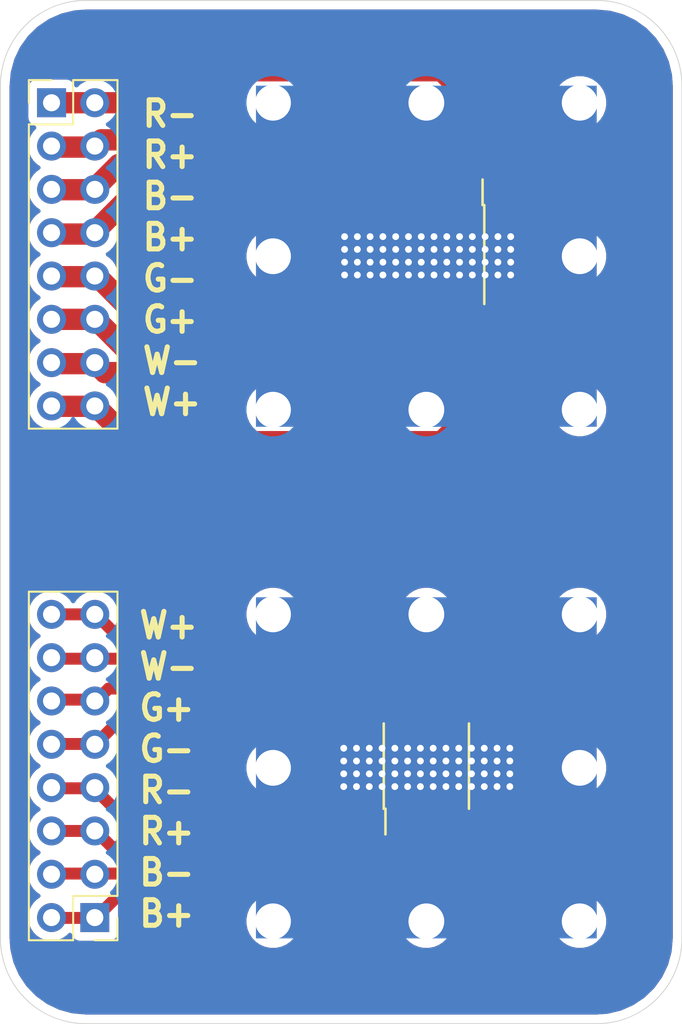
<source format=kicad_pcb>
(kicad_pcb (version 20171130) (host pcbnew 5.1.6-c6e7f7d~87~ubuntu20.04.1)

  (general
    (thickness 1.6)
    (drawings 10)
    (tracks 183)
    (zones 0)
    (modules 6)
    (nets 18)
  )

  (page A4)
  (layers
    (0 F.Cu signal)
    (31 B.Cu signal)
    (32 B.Adhes user)
    (33 F.Adhes user)
    (34 B.Paste user)
    (35 F.Paste user)
    (36 B.SilkS user)
    (37 F.SilkS user)
    (38 B.Mask user)
    (39 F.Mask user)
    (40 Dwgs.User user)
    (41 Cmts.User user)
    (42 Eco1.User user)
    (43 Eco2.User user)
    (44 Edge.Cuts user)
    (45 Margin user)
    (46 B.CrtYd user)
    (47 F.CrtYd user)
    (48 B.Fab user)
    (49 F.Fab user)
  )

  (setup
    (last_trace_width 0.7)
    (user_trace_width 0.7)
    (user_trace_width 1.25)
    (trace_clearance 0.2)
    (zone_clearance 0.508)
    (zone_45_only no)
    (trace_min 0.2)
    (via_size 0.8)
    (via_drill 0.4)
    (via_min_size 0.4)
    (via_min_drill 0.3)
    (user_via 0.8 0.4)
    (user_via 1.3 1)
    (uvia_size 0.3)
    (uvia_drill 0.1)
    (uvias_allowed no)
    (uvia_min_size 0.2)
    (uvia_min_drill 0.1)
    (edge_width 0.05)
    (segment_width 0.2)
    (pcb_text_width 0.3)
    (pcb_text_size 1.5 1.5)
    (mod_edge_width 0.12)
    (mod_text_size 1 1)
    (mod_text_width 0.15)
    (pad_size 1.524 1.524)
    (pad_drill 0.762)
    (pad_to_mask_clearance 0.05)
    (aux_axis_origin 0 0)
    (visible_elements FFFFFF7F)
    (pcbplotparams
      (layerselection 0x010fc_ffffffff)
      (usegerberextensions false)
      (usegerberattributes true)
      (usegerberadvancedattributes true)
      (creategerberjobfile true)
      (excludeedgelayer true)
      (linewidth 0.100000)
      (plotframeref false)
      (viasonmask false)
      (mode 1)
      (useauxorigin false)
      (hpglpennumber 1)
      (hpglpenspeed 20)
      (hpglpendiameter 15.000000)
      (psnegative false)
      (psa4output false)
      (plotreference true)
      (plotvalue true)
      (plotinvisibletext false)
      (padsonsilk false)
      (subtractmaskfromsilk false)
      (outputformat 1)
      (mirror false)
      (drillshape 1)
      (scaleselection 1)
      (outputdirectory ""))
  )

  (net 0 "")
  (net 1 SWC)
  (net 2 SGA)
  (net 3 SBC)
  (net 4 SRA)
  (net 5 SGC)
  (net 6 SWA)
  (net 7 SBA)
  (net 8 SRC)
  (net 9 "Net-(D1-Pad9)")
  (net 10 OWA)
  (net 11 OWC)
  (net 12 OGA)
  (net 13 OGC)
  (net 14 OBA)
  (net 15 OBC)
  (net 16 ORA)
  (net 17 ORC)

  (net_class Default "This is the default net class."
    (clearance 0.2)
    (trace_width 0.25)
    (via_dia 0.8)
    (via_drill 0.4)
    (uvia_dia 0.3)
    (uvia_drill 0.1)
    (add_net "Net-(D1-Pad9)")
    (add_net OBA)
    (add_net OBC)
    (add_net OGA)
    (add_net OGC)
    (add_net ORA)
    (add_net ORC)
    (add_net OWA)
    (add_net OWC)
    (add_net SBA)
    (add_net SBC)
    (add_net SGA)
    (add_net SGC)
    (add_net SRA)
    (add_net SRC)
    (add_net SWA)
    (add_net SWC)
  )

  (module headlamp:HeatSinkMount (layer B.Cu) (tedit 5F18507E) (tstamp 5F18AB01)
    (at 110 80)
    (path /5F193161)
    (fp_text reference H2 (at 0 10.9) (layer B.SilkS) hide
      (effects (font (size 1 1) (thickness 0.15)) (justify mirror))
    )
    (fp_text value Heatsink (at 0 12.5) (layer B.Fab)
      (effects (font (size 1 1) (thickness 0.15)) (justify mirror))
    )
    (pad "" np_thru_hole circle (at 0 -9) (size 2.1 2.1) (drill 2.1) (layers *.Cu *.Mask))
    (pad "" np_thru_hole circle (at 9 0) (size 2.1 2.1) (drill 2.1) (layers *.Cu *.Mask))
    (pad "" np_thru_hole circle (at -9 0) (size 2.1 2.1) (drill 2.1) (layers *.Cu *.Mask))
    (pad "" np_thru_hole circle (at 0 9) (size 2.1 2.1) (drill 2.1) (layers *.Cu *.Mask))
    (pad "" np_thru_hole circle (at 9 -9) (size 2.1 2.1) (drill 2.1) (layers *.Cu *.Mask))
    (pad "" np_thru_hole circle (at 9 9) (size 2.1 2.1) (drill 2.1) (layers *.Cu *.Mask))
    (pad "" np_thru_hole circle (at -9 9) (size 2.1 2.1) (drill 2.1) (layers *.Cu *.Mask))
    (pad "" np_thru_hole circle (at -9 -9) (size 2.1 2.1) (drill 2.1) (layers *.Cu *.Mask))
    (pad 1 smd rect (at 0 0) (size 20 20) (layers B.Cu B.Paste B.Mask)
      (net 9 "Net-(D1-Pad9)"))
  )

  (module headlamp:HeatSinkMount (layer B.Cu) (tedit 5F18507E) (tstamp 5F18AAF4)
    (at 110 110)
    (path /5F192871)
    (fp_text reference H1 (at 0 10.9) (layer B.SilkS) hide
      (effects (font (size 1 1) (thickness 0.15)) (justify mirror))
    )
    (fp_text value Heatsink (at 0 12.5) (layer B.Fab)
      (effects (font (size 1 1) (thickness 0.15)) (justify mirror))
    )
    (pad "" np_thru_hole circle (at 0 -9) (size 2.1 2.1) (drill 2.1) (layers *.Cu *.Mask))
    (pad "" np_thru_hole circle (at 9 0) (size 2.1 2.1) (drill 2.1) (layers *.Cu *.Mask))
    (pad "" np_thru_hole circle (at -9 0) (size 2.1 2.1) (drill 2.1) (layers *.Cu *.Mask))
    (pad "" np_thru_hole circle (at 0 9) (size 2.1 2.1) (drill 2.1) (layers *.Cu *.Mask))
    (pad "" np_thru_hole circle (at 9 -9) (size 2.1 2.1) (drill 2.1) (layers *.Cu *.Mask))
    (pad "" np_thru_hole circle (at 9 9) (size 2.1 2.1) (drill 2.1) (layers *.Cu *.Mask))
    (pad "" np_thru_hole circle (at -9 9) (size 2.1 2.1) (drill 2.1) (layers *.Cu *.Mask))
    (pad "" np_thru_hole circle (at -9 -9) (size 2.1 2.1) (drill 2.1) (layers *.Cu *.Mask))
    (pad 1 smd rect (at 0 0) (size 20 20) (layers B.Cu B.Paste B.Mask)
      (net 9 "Net-(D1-Pad9)"))
  )

  (module Connector_PinHeader_2.54mm:PinHeader_2x08_P2.54mm_Vertical (layer F.Cu) (tedit 59FED5CC) (tstamp 5F18551D)
    (at 88 71)
    (descr "Through hole straight pin header, 2x08, 2.54mm pitch, double rows")
    (tags "Through hole pin header THT 2x08 2.54mm double row")
    (path /5F189927)
    (fp_text reference J2 (at 1.27 -2.33) (layer F.SilkS) hide
      (effects (font (size 1 1) (thickness 0.15)))
    )
    (fp_text value S2WP (at 1.27 20.11) (layer F.Fab)
      (effects (font (size 1 1) (thickness 0.15)))
    )
    (fp_text user %R (at 1.27 8.89 90) (layer F.Fab)
      (effects (font (size 1 1) (thickness 0.15)))
    )
    (fp_line (start 0 -1.27) (end 3.81 -1.27) (layer F.Fab) (width 0.1))
    (fp_line (start 3.81 -1.27) (end 3.81 19.05) (layer F.Fab) (width 0.1))
    (fp_line (start 3.81 19.05) (end -1.27 19.05) (layer F.Fab) (width 0.1))
    (fp_line (start -1.27 19.05) (end -1.27 0) (layer F.Fab) (width 0.1))
    (fp_line (start -1.27 0) (end 0 -1.27) (layer F.Fab) (width 0.1))
    (fp_line (start -1.33 19.11) (end 3.87 19.11) (layer F.SilkS) (width 0.12))
    (fp_line (start -1.33 1.27) (end -1.33 19.11) (layer F.SilkS) (width 0.12))
    (fp_line (start 3.87 -1.33) (end 3.87 19.11) (layer F.SilkS) (width 0.12))
    (fp_line (start -1.33 1.27) (end 1.27 1.27) (layer F.SilkS) (width 0.12))
    (fp_line (start 1.27 1.27) (end 1.27 -1.33) (layer F.SilkS) (width 0.12))
    (fp_line (start 1.27 -1.33) (end 3.87 -1.33) (layer F.SilkS) (width 0.12))
    (fp_line (start -1.33 0) (end -1.33 -1.33) (layer F.SilkS) (width 0.12))
    (fp_line (start -1.33 -1.33) (end 0 -1.33) (layer F.SilkS) (width 0.12))
    (fp_line (start -1.8 -1.8) (end -1.8 19.55) (layer F.CrtYd) (width 0.05))
    (fp_line (start -1.8 19.55) (end 4.35 19.55) (layer F.CrtYd) (width 0.05))
    (fp_line (start 4.35 19.55) (end 4.35 -1.8) (layer F.CrtYd) (width 0.05))
    (fp_line (start 4.35 -1.8) (end -1.8 -1.8) (layer F.CrtYd) (width 0.05))
    (pad 16 thru_hole oval (at 2.54 17.78) (size 1.7 1.7) (drill 1) (layers *.Cu *.Mask)
      (net 10 OWA))
    (pad 15 thru_hole oval (at 0 17.78) (size 1.7 1.7) (drill 1) (layers *.Cu *.Mask)
      (net 10 OWA))
    (pad 14 thru_hole oval (at 2.54 15.24) (size 1.7 1.7) (drill 1) (layers *.Cu *.Mask)
      (net 11 OWC))
    (pad 13 thru_hole oval (at 0 15.24) (size 1.7 1.7) (drill 1) (layers *.Cu *.Mask)
      (net 11 OWC))
    (pad 12 thru_hole oval (at 2.54 12.7) (size 1.7 1.7) (drill 1) (layers *.Cu *.Mask)
      (net 12 OGA))
    (pad 11 thru_hole oval (at 0 12.7) (size 1.7 1.7) (drill 1) (layers *.Cu *.Mask)
      (net 12 OGA))
    (pad 10 thru_hole oval (at 2.54 10.16) (size 1.7 1.7) (drill 1) (layers *.Cu *.Mask)
      (net 13 OGC))
    (pad 9 thru_hole oval (at 0 10.16) (size 1.7 1.7) (drill 1) (layers *.Cu *.Mask)
      (net 13 OGC))
    (pad 8 thru_hole oval (at 2.54 7.62) (size 1.7 1.7) (drill 1) (layers *.Cu *.Mask)
      (net 14 OBA))
    (pad 7 thru_hole oval (at 0 7.62) (size 1.7 1.7) (drill 1) (layers *.Cu *.Mask)
      (net 14 OBA))
    (pad 6 thru_hole oval (at 2.54 5.08) (size 1.7 1.7) (drill 1) (layers *.Cu *.Mask)
      (net 15 OBC))
    (pad 5 thru_hole oval (at 0 5.08) (size 1.7 1.7) (drill 1) (layers *.Cu *.Mask)
      (net 15 OBC))
    (pad 4 thru_hole oval (at 2.54 2.54) (size 1.7 1.7) (drill 1) (layers *.Cu *.Mask)
      (net 16 ORA))
    (pad 3 thru_hole oval (at 0 2.54) (size 1.7 1.7) (drill 1) (layers *.Cu *.Mask)
      (net 16 ORA))
    (pad 2 thru_hole oval (at 2.54 0) (size 1.7 1.7) (drill 1) (layers *.Cu *.Mask)
      (net 17 ORC))
    (pad 1 thru_hole rect (at 0 0) (size 1.7 1.7) (drill 1) (layers *.Cu *.Mask)
      (net 17 ORC))
    (model ${KISYS3DMOD}/Connector_PinHeader_2.54mm.3dshapes/PinHeader_2x08_P2.54mm_Vertical.wrl
      (at (xyz 0 0 0))
      (scale (xyz 1 1 1))
      (rotate (xyz 0 0 0))
    )
  )

  (module Connector_PinHeader_2.54mm:PinHeader_2x08_P2.54mm_Vertical (layer F.Cu) (tedit 59FED5CC) (tstamp 5F1856D1)
    (at 90.54 118.78 180)
    (descr "Through hole straight pin header, 2x08, 2.54mm pitch, double rows")
    (tags "Through hole pin header THT 2x08 2.54mm double row")
    (path /5F188A9D)
    (fp_text reference J1 (at 1.27 -2.33) (layer F.SilkS) hide
      (effects (font (size 1 1) (thickness 0.15)))
    )
    (fp_text value SBM40 (at 1.27 20.11) (layer F.Fab)
      (effects (font (size 1 1) (thickness 0.15)))
    )
    (fp_text user %R (at 1.27 8.89 90) (layer F.Fab)
      (effects (font (size 1 1) (thickness 0.15)))
    )
    (fp_line (start 0 -1.27) (end 3.81 -1.27) (layer F.Fab) (width 0.1))
    (fp_line (start 3.81 -1.27) (end 3.81 19.05) (layer F.Fab) (width 0.1))
    (fp_line (start 3.81 19.05) (end -1.27 19.05) (layer F.Fab) (width 0.1))
    (fp_line (start -1.27 19.05) (end -1.27 0) (layer F.Fab) (width 0.1))
    (fp_line (start -1.27 0) (end 0 -1.27) (layer F.Fab) (width 0.1))
    (fp_line (start -1.33 19.11) (end 3.87 19.11) (layer F.SilkS) (width 0.12))
    (fp_line (start -1.33 1.27) (end -1.33 19.11) (layer F.SilkS) (width 0.12))
    (fp_line (start 3.87 -1.33) (end 3.87 19.11) (layer F.SilkS) (width 0.12))
    (fp_line (start -1.33 1.27) (end 1.27 1.27) (layer F.SilkS) (width 0.12))
    (fp_line (start 1.27 1.27) (end 1.27 -1.33) (layer F.SilkS) (width 0.12))
    (fp_line (start 1.27 -1.33) (end 3.87 -1.33) (layer F.SilkS) (width 0.12))
    (fp_line (start -1.33 0) (end -1.33 -1.33) (layer F.SilkS) (width 0.12))
    (fp_line (start -1.33 -1.33) (end 0 -1.33) (layer F.SilkS) (width 0.12))
    (fp_line (start -1.8 -1.8) (end -1.8 19.55) (layer F.CrtYd) (width 0.05))
    (fp_line (start -1.8 19.55) (end 4.35 19.55) (layer F.CrtYd) (width 0.05))
    (fp_line (start 4.35 19.55) (end 4.35 -1.8) (layer F.CrtYd) (width 0.05))
    (fp_line (start 4.35 -1.8) (end -1.8 -1.8) (layer F.CrtYd) (width 0.05))
    (pad 16 thru_hole oval (at 2.54 17.78 180) (size 1.7 1.7) (drill 1) (layers *.Cu *.Mask)
      (net 6 SWA))
    (pad 15 thru_hole oval (at 0 17.78 180) (size 1.7 1.7) (drill 1) (layers *.Cu *.Mask)
      (net 6 SWA))
    (pad 14 thru_hole oval (at 2.54 15.24 180) (size 1.7 1.7) (drill 1) (layers *.Cu *.Mask)
      (net 1 SWC))
    (pad 13 thru_hole oval (at 0 15.24 180) (size 1.7 1.7) (drill 1) (layers *.Cu *.Mask)
      (net 1 SWC))
    (pad 12 thru_hole oval (at 2.54 12.7 180) (size 1.7 1.7) (drill 1) (layers *.Cu *.Mask)
      (net 2 SGA))
    (pad 11 thru_hole oval (at 0 12.7 180) (size 1.7 1.7) (drill 1) (layers *.Cu *.Mask)
      (net 2 SGA))
    (pad 10 thru_hole oval (at 2.54 10.16 180) (size 1.7 1.7) (drill 1) (layers *.Cu *.Mask)
      (net 5 SGC))
    (pad 9 thru_hole oval (at 0 10.16 180) (size 1.7 1.7) (drill 1) (layers *.Cu *.Mask)
      (net 5 SGC))
    (pad 8 thru_hole oval (at 2.54 7.62 180) (size 1.7 1.7) (drill 1) (layers *.Cu *.Mask)
      (net 8 SRC))
    (pad 7 thru_hole oval (at 0 7.62 180) (size 1.7 1.7) (drill 1) (layers *.Cu *.Mask)
      (net 8 SRC))
    (pad 6 thru_hole oval (at 2.54 5.08 180) (size 1.7 1.7) (drill 1) (layers *.Cu *.Mask)
      (net 4 SRA))
    (pad 5 thru_hole oval (at 0 5.08 180) (size 1.7 1.7) (drill 1) (layers *.Cu *.Mask)
      (net 4 SRA))
    (pad 4 thru_hole oval (at 2.54 2.54 180) (size 1.7 1.7) (drill 1) (layers *.Cu *.Mask)
      (net 3 SBC))
    (pad 3 thru_hole oval (at 0 2.54 180) (size 1.7 1.7) (drill 1) (layers *.Cu *.Mask)
      (net 3 SBC))
    (pad 2 thru_hole oval (at 2.54 0 180) (size 1.7 1.7) (drill 1) (layers *.Cu *.Mask)
      (net 7 SBA))
    (pad 1 thru_hole rect (at 0 0 180) (size 1.7 1.7) (drill 1) (layers *.Cu *.Mask)
      (net 7 SBA))
    (model ${KISYS3DMOD}/Connector_PinHeader_2.54mm.3dshapes/PinHeader_2x08_P2.54mm_Vertical.wrl
      (at (xyz 0 0 0))
      (scale (xyz 1 1 1))
      (rotate (xyz 0 0 0))
    )
  )

  (module "headlamp:Osram LE RTDUW S2WP" (layer F.Cu) (tedit 5F184D58) (tstamp 5F18AE87)
    (at 110 80 90)
    (path /5F18574A)
    (fp_text reference D2 (at 0 -5.6 90) (layer F.SilkS) hide
      (effects (font (size 1 1) (thickness 0.15)))
    )
    (fp_text value S2WP (at 0 -4.1 90) (layer F.Fab)
      (effects (font (size 1 1) (thickness 0.15)))
    )
    (fp_line (start -2.875 -3.2) (end 2.875 -3.2) (layer F.Fab) (width 0.12))
    (fp_line (start -2.875 3.2) (end 2.875 3.2) (layer F.Fab) (width 0.12))
    (fp_line (start -2.875 -3.2) (end -2.875 3.2) (layer F.Fab) (width 0.12))
    (fp_line (start 2.875 3.2) (end 2.875 -3.2) (layer F.Fab) (width 0.12))
    (fp_line (start -2.8 3.4) (end 3 3.4) (layer F.SilkS) (width 0.15))
    (fp_line (start 3 3.4) (end 3 3.3) (layer F.SilkS) (width 0.15))
    (fp_line (start 3 3.3) (end 4.5 3.3) (layer F.SilkS) (width 0.15))
    (pad 8 smd rect (at -3.3 2.55 90) (size 2.5 1.25) (layers F.Cu F.Paste F.Mask)
      (net 10 OWA))
    (pad 7 smd rect (at -3.3 0.82 90) (size 2.5 1.25) (layers F.Cu F.Paste F.Mask)
      (net 11 OWC))
    (pad 6 smd rect (at -3.3 -0.82 90) (size 2.5 1.25) (layers F.Cu F.Paste F.Mask)
      (net 12 OGA))
    (pad 5 smd rect (at -3.3 -2.5 90) (size 2.5 1.25) (layers F.Cu F.Paste F.Mask)
      (net 13 OGC))
    (pad 4 smd rect (at 3.3 -2.5 90) (size 2.5 1.25) (layers F.Cu F.Paste F.Mask)
      (net 14 OBA))
    (pad 3 smd rect (at 3.3 -0.82 90) (size 2.5 1.25) (layers F.Cu F.Paste F.Mask)
      (net 15 OBC))
    (pad 2 smd rect (at 3.3 0.82 90) (size 2.5 1.25) (layers F.Cu F.Paste F.Mask)
      (net 16 ORA))
    (pad 1 smd rect (at 3.3 2.55 90) (size 2.5 1.25) (layers F.Cu F.Paste F.Mask)
      (net 17 ORC))
    (pad 9 smd rect (at 0 0 90) (size 3.2 6.3) (layers F.Cu F.Paste F.Mask)
      (net 9 "Net-(D1-Pad9)"))
  )

  (module headlamp:SBM40 (layer F.Cu) (tedit 5F16F4CE) (tstamp 5F1854BD)
    (at 110 110)
    (path /5F184F17)
    (fp_text reference D1 (at 0 -5) (layer F.SilkS) hide
      (effects (font (size 1 1) (thickness 0.15)))
    )
    (fp_text value SBM40 (at 0 -3.6) (layer F.Fab)
      (effects (font (size 1 1) (thickness 0.15)))
    )
    (fp_line (start -2.34 2.875) (end 2.34 2.875) (layer F.Fab) (width 0.12))
    (fp_line (start -2.34 -2.875) (end 2.34 -2.875) (layer F.Fab) (width 0.12))
    (fp_line (start 2.34 2.875) (end 2.34 -2.875) (layer F.Fab) (width 0.12))
    (fp_line (start -2.34 -2.875) (end -2.34 2.875) (layer F.Fab) (width 0.12))
    (fp_line (start -1.075 -1.075) (end 1.075 -1.075) (layer F.Fab) (width 0.12))
    (fp_line (start -1.075 1.075) (end 1.075 1.075) (layer F.Fab) (width 0.12))
    (fp_line (start 1.075 -1.075) (end 1.075 1.075) (layer F.Fab) (width 0.12))
    (fp_line (start -1.075 1.075) (end -1.075 -1.075) (layer F.Fab) (width 0.12))
    (fp_line (start 0 -1.075) (end 0 1.075) (layer F.Fab) (width 0.12))
    (fp_line (start -1.075 0) (end 1.075 0) (layer F.Fab) (width 0.12))
    (fp_circle (center -1.4 2.5) (end -1.3 2.2) (layer F.Fab) (width 0.12))
    (fp_line (start -2.5 2.4) (end -2.5 -2.6) (layer F.SilkS) (width 0.15))
    (fp_line (start 2.5 2.4) (end 2.5 -2.6) (layer F.SilkS) (width 0.15))
    (fp_line (start -2.4 3.9) (end -2.4 2.4) (layer F.SilkS) (width 0.15))
    (fp_line (start -2.4 2.4) (end -2.5 2.4) (layer F.SilkS) (width 0.15))
    (pad 7 smd rect (at 0.7 -3.1) (size 0.87 2) (layers F.Cu F.Paste F.Mask)
      (net 1 SWC))
    (pad 6 smd rect (at -0.7 -3.1) (size 0.87 2) (layers F.Cu F.Paste F.Mask)
      (net 2 SGA))
    (pad 3 smd rect (at 0.7 3.1) (size 0.87 2) (layers F.Cu F.Paste F.Mask)
      (net 3 SBC))
    (pad 2 smd rect (at -0.7 3.1) (size 0.87 2) (layers F.Cu F.Paste F.Mask)
      (net 4 SRA))
    (pad 5 smd rect (at -1.9 -3.1 180) (size 0.77 2) (layers F.Cu F.Paste F.Mask)
      (net 5 SGC))
    (pad 8 smd rect (at 1.9 -3.1 180) (size 0.77 2) (layers F.Cu F.Paste F.Mask)
      (net 6 SWA))
    (pad 4 smd rect (at 1.9 3.1) (size 0.77 2) (layers F.Cu F.Paste F.Mask)
      (net 7 SBA))
    (pad 1 smd rect (at -1.9 3.1) (size 0.77 2) (layers F.Cu F.Paste F.Mask)
      (net 8 SRC))
    (pad 9 smd rect (at 0 0) (size 4.48 3.25) (layers F.Cu F.Paste F.Mask)
      (net 9 "Net-(D1-Pad9)"))
  )

  (gr_text "W+\nW-\nG+\nG-\nR-\nR+\nB-\nB+" (at 93 110.1) (layer F.SilkS) (tstamp 5F18CEB7)
    (effects (font (size 1.5 1.4) (thickness 0.3)) (justify left))
  )
  (gr_text "R-\nR+\nB-\nB+\nG-\nG+\nW-\nW+" (at 93.2 80.1) (layer F.SilkS)
    (effects (font (size 1.5 1.4) (thickness 0.3)) (justify left))
  )
  (gr_arc (start 120 120) (end 120 125) (angle -90) (layer Edge.Cuts) (width 0.05))
  (gr_arc (start 90 120) (end 85 120) (angle -90) (layer Edge.Cuts) (width 0.05))
  (gr_arc (start 90 70) (end 90 65) (angle -90) (layer Edge.Cuts) (width 0.05))
  (gr_arc (start 120 70) (end 125 70) (angle -90) (layer Edge.Cuts) (width 0.05))
  (gr_line (start 85 120) (end 85 70) (layer Edge.Cuts) (width 0.05))
  (gr_line (start 120 125) (end 90 125) (layer Edge.Cuts) (width 0.05))
  (gr_line (start 125 70) (end 125 120) (layer Edge.Cuts) (width 0.05))
  (gr_line (start 90 65) (end 120 65) (layer Edge.Cuts) (width 0.05))

  (segment (start 110.7 106.9) (end 110.7 105.272806) (width 0.7) (layer F.Cu) (net 1))
  (segment (start 110.7 105.272806) (end 109.027194 103.6) (width 0.7) (layer F.Cu) (net 1))
  (segment (start 109.027194 103.6) (end 88.1 103.6) (width 0.7) (layer F.Cu) (net 1))
  (segment (start 88.1 103.6) (end 88 103.5) (width 0.7) (layer F.Cu) (net 1))
  (segment (start 108.925001 105.349999) (end 91.350001 105.349999) (width 0.7) (layer F.Cu) (net 2))
  (segment (start 109.3 105.724998) (end 108.925001 105.349999) (width 0.7) (layer F.Cu) (net 2))
  (segment (start 109.3 106.9) (end 109.3 105.724998) (width 0.7) (layer F.Cu) (net 2))
  (segment (start 91.350001 105.349999) (end 90.7 106) (width 0.7) (layer F.Cu) (net 2))
  (segment (start 90.7 106) (end 87.9 106) (width 0.7) (layer F.Cu) (net 2))
  (segment (start 110.7 113.1) (end 110.7 114.252196) (width 0.7) (layer F.Cu) (net 3))
  (segment (start 110.7 114.252196) (end 108.752196 116.2) (width 0.7) (layer F.Cu) (net 3))
  (segment (start 108.752196 116.2) (end 88 116.2) (width 0.7) (layer F.Cu) (net 3))
  (segment (start 108.925001 114.650001) (end 91.550001 114.650001) (width 0.7) (layer F.Cu) (net 4))
  (segment (start 109.3 114.275002) (end 108.925001 114.650001) (width 0.7) (layer F.Cu) (net 4))
  (segment (start 109.3 113.1) (end 109.3 114.275002) (width 0.7) (layer F.Cu) (net 4))
  (segment (start 91.550001 114.650001) (end 90.6 113.7) (width 0.7) (layer F.Cu) (net 4))
  (segment (start 90.6 113.7) (end 88 113.7) (width 0.7) (layer F.Cu) (net 4))
  (segment (start 107.519999 107.480001) (end 91.719999 107.480001) (width 0.7) (layer F.Cu) (net 5))
  (segment (start 108.1 106.9) (end 107.519999 107.480001) (width 0.7) (layer F.Cu) (net 5))
  (segment (start 91.719999 107.480001) (end 90.6 108.6) (width 0.7) (layer F.Cu) (net 5))
  (segment (start 90.6 108.6) (end 88 108.6) (width 0.7) (layer F.Cu) (net 5))
  (segment (start 109.300001 102.600001) (end 92.200001 102.600001) (width 0.7) (layer F.Cu) (net 6))
  (segment (start 111.9 105.2) (end 109.300001 102.600001) (width 0.7) (layer F.Cu) (net 6))
  (segment (start 111.9 106.9) (end 111.9 105.2) (width 0.7) (layer F.Cu) (net 6))
  (segment (start 92.200001 102.600001) (end 90.6 101) (width 0.7) (layer F.Cu) (net 6))
  (segment (start 90.6 101) (end 88 101) (width 0.7) (layer F.Cu) (net 6))
  (segment (start 108.825003 117.399999) (end 92.000001 117.399999) (width 0.7) (layer F.Cu) (net 7))
  (segment (start 111.9 114.325002) (end 108.825003 117.399999) (width 0.7) (layer F.Cu) (net 7))
  (segment (start 111.9 113.1) (end 111.9 114.325002) (width 0.7) (layer F.Cu) (net 7))
  (segment (start 92.000001 117.399999) (end 90.6 118.8) (width 0.7) (layer F.Cu) (net 7))
  (segment (start 90.6 118.8) (end 87.9 118.8) (width 0.7) (layer F.Cu) (net 7))
  (segment (start 107.299999 112.299999) (end 91.599999 112.299999) (width 0.7) (layer F.Cu) (net 8))
  (segment (start 108.1 113.1) (end 107.299999 112.299999) (width 0.7) (layer F.Cu) (net 8))
  (segment (start 91.599999 112.299999) (end 90.5 111.2) (width 0.7) (layer F.Cu) (net 8))
  (segment (start 90.5 111.2) (end 88 111.2) (width 0.7) (layer F.Cu) (net 8))
  (via (at 112.7 78.85) (size 0.8) (drill 0.4) (layers F.Cu B.Cu) (net 9))
  (via (at 111.95 78.85) (size 0.8) (drill 0.4) (layers F.Cu B.Cu) (net 9))
  (via (at 111.2 78.85) (size 0.8) (drill 0.4) (layers F.Cu B.Cu) (net 9))
  (via (at 110.45 78.85) (size 0.8) (drill 0.4) (layers F.Cu B.Cu) (net 9))
  (via (at 109.7 78.85) (size 0.8) (drill 0.4) (layers F.Cu B.Cu) (net 9))
  (via (at 108.95 78.85) (size 0.8) (drill 0.4) (layers F.Cu B.Cu) (net 9))
  (via (at 108.2 78.85) (size 0.8) (drill 0.4) (layers F.Cu B.Cu) (net 9))
  (via (at 107.45 78.85) (size 0.8) (drill 0.4) (layers F.Cu B.Cu) (net 9))
  (via (at 107.45 79.6) (size 0.8) (drill 0.4) (layers F.Cu B.Cu) (net 9) (tstamp 5F18B0DE))
  (via (at 111.2 79.6) (size 0.8) (drill 0.4) (layers F.Cu B.Cu) (net 9) (tstamp 5F18B0DF))
  (via (at 108.2 79.6) (size 0.8) (drill 0.4) (layers F.Cu B.Cu) (net 9) (tstamp 5F18B0E0))
  (via (at 110.45 79.6) (size 0.8) (drill 0.4) (layers F.Cu B.Cu) (net 9) (tstamp 5F18B0E1))
  (via (at 112.7 79.6) (size 0.8) (drill 0.4) (layers F.Cu B.Cu) (net 9) (tstamp 5F18B0E2))
  (via (at 108.95 79.6) (size 0.8) (drill 0.4) (layers F.Cu B.Cu) (net 9) (tstamp 5F18B0E3))
  (via (at 109.7 79.6) (size 0.8) (drill 0.4) (layers F.Cu B.Cu) (net 9) (tstamp 5F18B0E4))
  (via (at 111.95 79.6) (size 0.8) (drill 0.4) (layers F.Cu B.Cu) (net 9) (tstamp 5F18B0E5))
  (via (at 107.45 80.35) (size 0.8) (drill 0.4) (layers F.Cu B.Cu) (net 9) (tstamp 5F18B0EF))
  (via (at 111.2 80.35) (size 0.8) (drill 0.4) (layers F.Cu B.Cu) (net 9) (tstamp 5F18B0F0))
  (via (at 108.2 80.35) (size 0.8) (drill 0.4) (layers F.Cu B.Cu) (net 9) (tstamp 5F18B0F1))
  (via (at 111.2 81.1) (size 0.8) (drill 0.4) (layers F.Cu B.Cu) (net 9) (tstamp 5F18B0F2))
  (via (at 107.45 81.1) (size 0.8) (drill 0.4) (layers F.Cu B.Cu) (net 9) (tstamp 5F18B0F3))
  (via (at 110.45 80.35) (size 0.8) (drill 0.4) (layers F.Cu B.Cu) (net 9) (tstamp 5F18B0F4))
  (via (at 110.45 81.1) (size 0.8) (drill 0.4) (layers F.Cu B.Cu) (net 9) (tstamp 5F18B0F5))
  (via (at 108.2 81.1) (size 0.8) (drill 0.4) (layers F.Cu B.Cu) (net 9) (tstamp 5F18B0F6))
  (via (at 111.95 81.1) (size 0.8) (drill 0.4) (layers F.Cu B.Cu) (net 9) (tstamp 5F18B0F7))
  (via (at 112.7 80.35) (size 0.8) (drill 0.4) (layers F.Cu B.Cu) (net 9) (tstamp 5F18B0F8))
  (via (at 109.7 81.1) (size 0.8) (drill 0.4) (layers F.Cu B.Cu) (net 9) (tstamp 5F18B0F9))
  (via (at 112.7 81.1) (size 0.8) (drill 0.4) (layers F.Cu B.Cu) (net 9) (tstamp 5F18B0FA))
  (via (at 108.95 81.1) (size 0.8) (drill 0.4) (layers F.Cu B.Cu) (net 9) (tstamp 5F18B0FB))
  (via (at 108.95 80.35) (size 0.8) (drill 0.4) (layers F.Cu B.Cu) (net 9) (tstamp 5F18B0FC))
  (via (at 109.7 80.35) (size 0.8) (drill 0.4) (layers F.Cu B.Cu) (net 9) (tstamp 5F18B0FD))
  (via (at 111.95 80.35) (size 0.8) (drill 0.4) (layers F.Cu B.Cu) (net 9) (tstamp 5F18B0FE))
  (via (at 113.45 80.35) (size 0.8) (drill 0.4) (layers F.Cu B.Cu) (net 9) (tstamp 5F18B1AB))
  (via (at 113.45 81.1) (size 0.8) (drill 0.4) (layers F.Cu B.Cu) (net 9) (tstamp 5F18B1AC))
  (via (at 113.45 78.85) (size 0.8) (drill 0.4) (layers F.Cu B.Cu) (net 9) (tstamp 5F18B1AD))
  (via (at 113.45 79.6) (size 0.8) (drill 0.4) (layers F.Cu B.Cu) (net 9) (tstamp 5F18B1AE))
  (via (at 114.2 79.6) (size 0.8) (drill 0.4) (layers F.Cu B.Cu) (net 9) (tstamp 5F18B1B3))
  (via (at 114.2 81.1) (size 0.8) (drill 0.4) (layers F.Cu B.Cu) (net 9) (tstamp 5F18B1B4))
  (via (at 114.2 78.85) (size 0.8) (drill 0.4) (layers F.Cu B.Cu) (net 9) (tstamp 5F18B1B5))
  (via (at 114.2 80.35) (size 0.8) (drill 0.4) (layers F.Cu B.Cu) (net 9) (tstamp 5F18B1B6))
  (via (at 114.95 78.85) (size 0.8) (drill 0.4) (layers F.Cu B.Cu) (net 9) (tstamp 5F18B1BB))
  (via (at 114.95 80.35) (size 0.8) (drill 0.4) (layers F.Cu B.Cu) (net 9) (tstamp 5F18B1BC))
  (via (at 114.95 81.1) (size 0.8) (drill 0.4) (layers F.Cu B.Cu) (net 9) (tstamp 5F18B1BD))
  (via (at 114.95 79.6) (size 0.8) (drill 0.4) (layers F.Cu B.Cu) (net 9) (tstamp 5F18B1BE))
  (via (at 106.7 81.1) (size 0.8) (drill 0.4) (layers F.Cu B.Cu) (net 9) (tstamp 5F18B1C3))
  (via (at 106.7 80.35) (size 0.8) (drill 0.4) (layers F.Cu B.Cu) (net 9) (tstamp 5F18B1C4))
  (via (at 106.7 79.6) (size 0.8) (drill 0.4) (layers F.Cu B.Cu) (net 9) (tstamp 5F18B1C5))
  (via (at 106.7 78.85) (size 0.8) (drill 0.4) (layers F.Cu B.Cu) (net 9) (tstamp 5F18B1C6))
  (via (at 105.95 81.1) (size 0.8) (drill 0.4) (layers F.Cu B.Cu) (net 9) (tstamp 5F18B1CB))
  (via (at 105.95 80.35) (size 0.8) (drill 0.4) (layers F.Cu B.Cu) (net 9) (tstamp 5F18B1CC))
  (via (at 105.95 79.6) (size 0.8) (drill 0.4) (layers F.Cu B.Cu) (net 9) (tstamp 5F18B1CD))
  (via (at 105.95 78.85) (size 0.8) (drill 0.4) (layers F.Cu B.Cu) (net 9) (tstamp 5F18B1CE))
  (via (at 105.2 79.6) (size 0.8) (drill 0.4) (layers F.Cu B.Cu) (net 9) (tstamp 5F18B1D3))
  (via (at 105.2 78.85) (size 0.8) (drill 0.4) (layers F.Cu B.Cu) (net 9) (tstamp 5F18B1D4))
  (via (at 105.2 81.1) (size 0.8) (drill 0.4) (layers F.Cu B.Cu) (net 9) (tstamp 5F18B1D5))
  (via (at 105.2 80.35) (size 0.8) (drill 0.4) (layers F.Cu B.Cu) (net 9) (tstamp 5F18B1D6))
  (via (at 111.15 110.35) (size 0.8) (drill 0.4) (layers F.Cu B.Cu) (net 9) (tstamp 5F18B341))
  (via (at 114.15 108.85) (size 0.8) (drill 0.4) (layers F.Cu B.Cu) (net 9) (tstamp 5F18B374))
  (via (at 112.65 110.35) (size 0.8) (drill 0.4) (layers F.Cu B.Cu) (net 9) (tstamp 5F18B36B))
  (via (at 106.65 111.1) (size 0.8) (drill 0.4) (layers F.Cu B.Cu) (net 9) (tstamp 5F18B335))
  (via (at 105.15 108.85) (size 0.8) (drill 0.4) (layers F.Cu B.Cu) (net 9) (tstamp 5F18B251))
  (via (at 105.15 110.35) (size 0.8) (drill 0.4) (layers F.Cu B.Cu) (net 9) (tstamp 5F18B252))
  (via (at 111.9 111.1) (size 0.8) (drill 0.4) (layers F.Cu B.Cu) (net 9) (tstamp 5F18B32F))
  (via (at 105.9 109.6) (size 0.8) (drill 0.4) (layers F.Cu B.Cu) (net 9) (tstamp 5F18B3A4))
  (via (at 107.4 108.85) (size 0.8) (drill 0.4) (layers F.Cu B.Cu) (net 9) (tstamp 5F18B377))
  (via (at 111.15 108.85) (size 0.8) (drill 0.4) (layers F.Cu B.Cu) (net 9) (tstamp 5F18B347))
  (via (at 107.4 111.1) (size 0.8) (drill 0.4) (layers F.Cu B.Cu) (net 9) (tstamp 5F18B36E))
  (via (at 108.15 108.85) (size 0.8) (drill 0.4) (layers F.Cu B.Cu) (net 9) (tstamp 5F18B3AA))
  (via (at 105.9 108.85) (size 0.8) (drill 0.4) (layers F.Cu B.Cu) (net 9) (tstamp 5F18B329))
  (via (at 114.9 111.1) (size 0.8) (drill 0.4) (layers F.Cu B.Cu) (net 9) (tstamp 5F18B25A))
  (via (at 111.15 109.6) (size 0.8) (drill 0.4) (layers F.Cu B.Cu) (net 9) (tstamp 5F18B332))
  (via (at 107.4 109.6) (size 0.8) (drill 0.4) (layers F.Cu B.Cu) (net 9) (tstamp 5F18B35C))
  (via (at 114.9 110.35) (size 0.8) (drill 0.4) (layers F.Cu B.Cu) (net 9) (tstamp 5F18B25D))
  (via (at 106.65 110.35) (size 0.8) (drill 0.4) (layers F.Cu B.Cu) (net 9) (tstamp 5F18B371))
  (via (at 110.4 108.85) (size 0.8) (drill 0.4) (layers F.Cu B.Cu) (net 9) (tstamp 5F18B350))
  (via (at 106.65 109.6) (size 0.8) (drill 0.4) (layers F.Cu B.Cu) (net 9) (tstamp 5F18B356))
  (via (at 106.65 108.85) (size 0.8) (drill 0.4) (layers F.Cu B.Cu) (net 9) (tstamp 5F18B39B))
  (via (at 112.65 111.1) (size 0.8) (drill 0.4) (layers F.Cu B.Cu) (net 9) (tstamp 5F18B389))
  (via (at 108.9 111.1) (size 0.8) (drill 0.4) (layers F.Cu B.Cu) (net 9) (tstamp 5F18B34A))
  (via (at 114.15 110.35) (size 0.8) (drill 0.4) (layers F.Cu B.Cu) (net 9) (tstamp 5F18B3A1))
  (via (at 113.4 109.6) (size 0.8) (drill 0.4) (layers F.Cu B.Cu) (net 9) (tstamp 5F18B368))
  (via (at 111.9 110.35) (size 0.8) (drill 0.4) (layers F.Cu B.Cu) (net 9) (tstamp 5F18B362))
  (via (at 113.4 111.1) (size 0.8) (drill 0.4) (layers F.Cu B.Cu) (net 9) (tstamp 5F18B35F))
  (via (at 114.15 111.1) (size 0.8) (drill 0.4) (layers F.Cu B.Cu) (net 9) (tstamp 5F18B392))
  (via (at 113.4 108.85) (size 0.8) (drill 0.4) (layers F.Cu B.Cu) (net 9) (tstamp 5F18B38F))
  (via (at 113.4 110.35) (size 0.8) (drill 0.4) (layers F.Cu B.Cu) (net 9) (tstamp 5F18B33E))
  (via (at 110.4 110.35) (size 0.8) (drill 0.4) (layers F.Cu B.Cu) (net 9) (tstamp 5F18B353))
  (via (at 110.4 109.6) (size 0.8) (drill 0.4) (layers F.Cu B.Cu) (net 9) (tstamp 5F18B33B))
  (via (at 108.9 110.35) (size 0.8) (drill 0.4) (layers F.Cu B.Cu) (net 9) (tstamp 5F18B3A7))
  (via (at 109.65 110.35) (size 0.8) (drill 0.4) (layers F.Cu B.Cu) (net 9) (tstamp 5F18B38C))
  (via (at 105.15 111.1) (size 0.8) (drill 0.4) (layers F.Cu B.Cu) (net 9) (tstamp 5F18B26F))
  (via (at 105.9 111.1) (size 0.8) (drill 0.4) (layers F.Cu B.Cu) (net 9) (tstamp 5F18B359))
  (via (at 107.4 110.35) (size 0.8) (drill 0.4) (layers F.Cu B.Cu) (net 9) (tstamp 5F18B395))
  (via (at 108.15 109.6) (size 0.8) (drill 0.4) (layers F.Cu B.Cu) (net 9) (tstamp 5F18B344))
  (via (at 114.9 109.6) (size 0.8) (drill 0.4) (layers F.Cu B.Cu) (net 9) (tstamp 5F18B273))
  (via (at 105.9 110.35) (size 0.8) (drill 0.4) (layers F.Cu B.Cu) (net 9) (tstamp 5F18B37A))
  (via (at 109.65 111.1) (size 0.8) (drill 0.4) (layers F.Cu B.Cu) (net 9) (tstamp 5F18B3AD))
  (via (at 108.15 110.35) (size 0.8) (drill 0.4) (layers F.Cu B.Cu) (net 9) (tstamp 5F18B3B3))
  (via (at 110.4 111.1) (size 0.8) (drill 0.4) (layers F.Cu B.Cu) (net 9) (tstamp 5F18B37D))
  (via (at 111.15 111.1) (size 0.8) (drill 0.4) (layers F.Cu B.Cu) (net 9) (tstamp 5F18B386))
  (via (at 111.9 109.6) (size 0.8) (drill 0.4) (layers F.Cu B.Cu) (net 9) (tstamp 5F18B39E))
  (via (at 112.65 108.85) (size 0.8) (drill 0.4) (layers F.Cu B.Cu) (net 9) (tstamp 5F18B326))
  (via (at 109.65 109.6) (size 0.8) (drill 0.4) (layers F.Cu B.Cu) (net 9) (tstamp 5F18B398))
  (via (at 114.15 109.6) (size 0.8) (drill 0.4) (layers F.Cu B.Cu) (net 9) (tstamp 5F18B3B0))
  (via (at 114.9 108.85) (size 0.8) (drill 0.4) (layers F.Cu B.Cu) (net 9) (tstamp 5F18B27D))
  (via (at 108.15 111.1) (size 0.8) (drill 0.4) (layers F.Cu B.Cu) (net 9) (tstamp 5F18B34D))
  (via (at 105.15 109.6) (size 0.8) (drill 0.4) (layers F.Cu B.Cu) (net 9) (tstamp 5F18B27F))
  (via (at 112.65 109.6) (size 0.8) (drill 0.4) (layers F.Cu B.Cu) (net 9) (tstamp 5F18B365))
  (via (at 108.9 109.6) (size 0.8) (drill 0.4) (layers F.Cu B.Cu) (net 9) (tstamp 5F18B32C))
  (via (at 108.9 108.85) (size 0.8) (drill 0.4) (layers F.Cu B.Cu) (net 9) (tstamp 5F18B338))
  (via (at 109.65 108.85) (size 0.8) (drill 0.4) (layers F.Cu B.Cu) (net 9) (tstamp 5F18B383))
  (via (at 111.9 108.85) (size 0.8) (drill 0.4) (layers F.Cu B.Cu) (net 9) (tstamp 5F18B380))
  (segment (start 110.900001 90.875001) (end 92.675001 90.875001) (width 1.25) (layer F.Cu) (net 10))
  (segment (start 112.55 89.225002) (end 110.900001 90.875001) (width 1.25) (layer F.Cu) (net 10))
  (segment (start 112.55 83.3) (end 112.55 89.225002) (width 1.25) (layer F.Cu) (net 10))
  (segment (start 92.675001 90.875001) (end 90.6 88.8) (width 1.25) (layer F.Cu) (net 10))
  (segment (start 90.6 88.8) (end 87.9 88.8) (width 1.25) (layer F.Cu) (net 10))
  (segment (start 109.385615 86.825012) (end 91.125012 86.825012) (width 1.25) (layer F.Cu) (net 11))
  (segment (start 110.82 85.390627) (end 109.385615 86.825012) (width 1.25) (layer F.Cu) (net 11))
  (segment (start 110.82 83.3) (end 110.82 85.390627) (width 1.25) (layer F.Cu) (net 11))
  (segment (start 91.125012 86.825012) (end 90.6 86.3) (width 1.25) (layer F.Cu) (net 11))
  (segment (start 90.6 86.3) (end 87.9 86.3) (width 1.25) (layer F.Cu) (net 11))
  (segment (start 108.785001 85.375001) (end 92.275001 85.375001) (width 1.25) (layer F.Cu) (net 12))
  (segment (start 109.18 84.980002) (end 108.785001 85.375001) (width 1.25) (layer F.Cu) (net 12))
  (segment (start 109.18 83.3) (end 109.18 84.980002) (width 1.25) (layer F.Cu) (net 12))
  (segment (start 92.275001 85.375001) (end 90.6 83.7) (width 1.25) (layer F.Cu) (net 12))
  (segment (start 90.6 83.7) (end 87.9 83.7) (width 1.25) (layer F.Cu) (net 12))
  (segment (start 107.5 83.3) (end 92.8 83.3) (width 1.25) (layer F.Cu) (net 13))
  (segment (start 92.8 83.3) (end 90.7 81.2) (width 1.25) (layer F.Cu) (net 13))
  (segment (start 90.7 81.2) (end 87.9 81.2) (width 1.25) (layer F.Cu) (net 13))
  (segment (start 92.399002 76.7) (end 90.399002 78.7) (width 1.25) (layer F.Cu) (net 14))
  (segment (start 107.5 76.7) (end 92.399002 76.7) (width 1.25) (layer F.Cu) (net 14))
  (segment (start 90.399002 78.7) (end 87.9 78.7) (width 1.25) (layer F.Cu) (net 14))
  (segment (start 108.785001 74.624999) (end 91.934003 74.624999) (width 1.25) (layer F.Cu) (net 15))
  (segment (start 109.18 75.019998) (end 108.785001 74.624999) (width 1.25) (layer F.Cu) (net 15))
  (segment (start 91.934003 74.624999) (end 90.459002 76.1) (width 1.25) (layer F.Cu) (net 15))
  (segment (start 109.18 76.7) (end 109.18 75.019998) (width 1.25) (layer F.Cu) (net 15))
  (segment (start 90.459002 76.1) (end 87.9 76.1) (width 1.25) (layer F.Cu) (net 15))
  (segment (start 109.794988 73.174988) (end 90.925012 73.174988) (width 1.25) (layer F.Cu) (net 16))
  (segment (start 110.82 74.2) (end 109.794988 73.174988) (width 1.25) (layer F.Cu) (net 16))
  (segment (start 110.82 76.7) (end 110.82 74.2) (width 1.25) (layer F.Cu) (net 16))
  (segment (start 90.925012 73.174988) (end 90.5 73.6) (width 1.25) (layer F.Cu) (net 16))
  (segment (start 90.5 73.6) (end 87.9 73.6) (width 1.25) (layer F.Cu) (net 16))
  (segment (start 110.900001 69.124999) (end 95.375001 69.124999) (width 1.25) (layer F.Cu) (net 17))
  (segment (start 112.55 70.774998) (end 110.900001 69.124999) (width 1.25) (layer F.Cu) (net 17))
  (segment (start 112.55 76.7) (end 112.55 70.774998) (width 1.25) (layer F.Cu) (net 17))
  (segment (start 95.375001 69.124999) (end 93.5 71) (width 1.25) (layer F.Cu) (net 17))
  (segment (start 93.5 71) (end 87.9 71) (width 1.25) (layer F.Cu) (net 17))

  (zone (net 9) (net_name "Net-(D1-Pad9)") (layer F.Cu) (tstamp 0) (hatch edge 0.508)
    (connect_pads yes (clearance 0.508))
    (min_thickness 0.254)
    (fill yes (arc_segments 32) (thermal_gap 0.508) (thermal_bridge_width 0.508))
    (polygon
      (pts
        (xy 125 125) (xy 85 125) (xy 85 65) (xy 125 65)
      )
    )
    (filled_polygon
      (pts
        (xy 120.768083 65.731173) (xy 121.511891 65.934656) (xy 122.207905 66.266638) (xy 122.83413 66.716626) (xy 123.370777 67.270403)
        (xy 123.800871 67.910451) (xy 124.110829 68.616553) (xy 124.292065 69.371457) (xy 124.34 70.024207) (xy 124.340001 119.970597)
        (xy 124.268827 120.768083) (xy 124.065344 121.51189) (xy 123.733363 122.207904) (xy 123.283374 122.83413) (xy 122.729597 123.370777)
        (xy 122.089549 123.800871) (xy 121.383447 124.110829) (xy 120.628543 124.292065) (xy 119.975793 124.34) (xy 90.029392 124.34)
        (xy 89.231917 124.268827) (xy 88.48811 124.065344) (xy 87.792096 123.733363) (xy 87.16587 123.283374) (xy 86.629223 122.729597)
        (xy 86.199129 122.089549) (xy 85.889171 121.383447) (xy 85.707935 120.628543) (xy 85.66 119.975793) (xy 85.66 100.85374)
        (xy 86.515 100.85374) (xy 86.515 101.14626) (xy 86.572068 101.433158) (xy 86.68401 101.703411) (xy 86.846525 101.946632)
        (xy 87.053368 102.153475) (xy 87.22776 102.27) (xy 87.053368 102.386525) (xy 86.846525 102.593368) (xy 86.68401 102.836589)
        (xy 86.572068 103.106842) (xy 86.515 103.39374) (xy 86.515 103.68626) (xy 86.572068 103.973158) (xy 86.68401 104.243411)
        (xy 86.846525 104.486632) (xy 87.053368 104.693475) (xy 87.22776 104.81) (xy 87.053368 104.926525) (xy 86.846525 105.133368)
        (xy 86.68401 105.376589) (xy 86.572068 105.646842) (xy 86.515 105.93374) (xy 86.515 106.22626) (xy 86.572068 106.513158)
        (xy 86.68401 106.783411) (xy 86.846525 107.026632) (xy 87.053368 107.233475) (xy 87.22776 107.35) (xy 87.053368 107.466525)
        (xy 86.846525 107.673368) (xy 86.68401 107.916589) (xy 86.572068 108.186842) (xy 86.515 108.47374) (xy 86.515 108.76626)
        (xy 86.572068 109.053158) (xy 86.68401 109.323411) (xy 86.846525 109.566632) (xy 87.053368 109.773475) (xy 87.22776 109.89)
        (xy 87.053368 110.006525) (xy 86.846525 110.213368) (xy 86.68401 110.456589) (xy 86.572068 110.726842) (xy 86.515 111.01374)
        (xy 86.515 111.30626) (xy 86.572068 111.593158) (xy 86.68401 111.863411) (xy 86.846525 112.106632) (xy 87.053368 112.313475)
        (xy 87.22776 112.43) (xy 87.053368 112.546525) (xy 86.846525 112.753368) (xy 86.68401 112.996589) (xy 86.572068 113.266842)
        (xy 86.515 113.55374) (xy 86.515 113.84626) (xy 86.572068 114.133158) (xy 86.68401 114.403411) (xy 86.846525 114.646632)
        (xy 87.053368 114.853475) (xy 87.22776 114.97) (xy 87.053368 115.086525) (xy 86.846525 115.293368) (xy 86.68401 115.536589)
        (xy 86.572068 115.806842) (xy 86.515 116.09374) (xy 86.515 116.38626) (xy 86.572068 116.673158) (xy 86.68401 116.943411)
        (xy 86.846525 117.186632) (xy 87.053368 117.393475) (xy 87.22776 117.51) (xy 87.053368 117.626525) (xy 86.846525 117.833368)
        (xy 86.68401 118.076589) (xy 86.572068 118.346842) (xy 86.515 118.63374) (xy 86.515 118.92626) (xy 86.572068 119.213158)
        (xy 86.68401 119.483411) (xy 86.846525 119.726632) (xy 87.053368 119.933475) (xy 87.296589 120.09599) (xy 87.566842 120.207932)
        (xy 87.85374 120.265) (xy 88.14626 120.265) (xy 88.433158 120.207932) (xy 88.703411 120.09599) (xy 88.946632 119.933475)
        (xy 89.078487 119.80162) (xy 89.100498 119.87418) (xy 89.159463 119.984494) (xy 89.238815 120.081185) (xy 89.335506 120.160537)
        (xy 89.44582 120.219502) (xy 89.565518 120.255812) (xy 89.69 120.268072) (xy 91.39 120.268072) (xy 91.514482 120.255812)
        (xy 91.63418 120.219502) (xy 91.744494 120.160537) (xy 91.841185 120.081185) (xy 91.920537 119.984494) (xy 91.979502 119.87418)
        (xy 92.015812 119.754482) (xy 92.028072 119.63) (xy 92.028072 118.764928) (xy 92.408001 118.384999) (xy 99.430911 118.384999)
        (xy 99.379754 118.508504) (xy 99.315 118.834042) (xy 99.315 119.165958) (xy 99.379754 119.491496) (xy 99.506772 119.798147)
        (xy 99.691175 120.074125) (xy 99.925875 120.308825) (xy 100.201853 120.493228) (xy 100.508504 120.620246) (xy 100.834042 120.685)
        (xy 101.165958 120.685) (xy 101.491496 120.620246) (xy 101.798147 120.493228) (xy 102.074125 120.308825) (xy 102.308825 120.074125)
        (xy 102.493228 119.798147) (xy 102.620246 119.491496) (xy 102.685 119.165958) (xy 102.685 118.834042) (xy 102.620246 118.508504)
        (xy 102.569089 118.384999) (xy 108.430911 118.384999) (xy 108.379754 118.508504) (xy 108.315 118.834042) (xy 108.315 119.165958)
        (xy 108.379754 119.491496) (xy 108.506772 119.798147) (xy 108.691175 120.074125) (xy 108.925875 120.308825) (xy 109.201853 120.493228)
        (xy 109.508504 120.620246) (xy 109.834042 120.685) (xy 110.165958 120.685) (xy 110.491496 120.620246) (xy 110.798147 120.493228)
        (xy 111.074125 120.308825) (xy 111.308825 120.074125) (xy 111.493228 119.798147) (xy 111.620246 119.491496) (xy 111.685 119.165958)
        (xy 111.685 118.834042) (xy 117.315 118.834042) (xy 117.315 119.165958) (xy 117.379754 119.491496) (xy 117.506772 119.798147)
        (xy 117.691175 120.074125) (xy 117.925875 120.308825) (xy 118.201853 120.493228) (xy 118.508504 120.620246) (xy 118.834042 120.685)
        (xy 119.165958 120.685) (xy 119.491496 120.620246) (xy 119.798147 120.493228) (xy 120.074125 120.308825) (xy 120.308825 120.074125)
        (xy 120.493228 119.798147) (xy 120.620246 119.491496) (xy 120.685 119.165958) (xy 120.685 118.834042) (xy 120.620246 118.508504)
        (xy 120.493228 118.201853) (xy 120.308825 117.925875) (xy 120.074125 117.691175) (xy 119.798147 117.506772) (xy 119.491496 117.379754)
        (xy 119.165958 117.315) (xy 118.834042 117.315) (xy 118.508504 117.379754) (xy 118.201853 117.506772) (xy 117.925875 117.691175)
        (xy 117.691175 117.925875) (xy 117.506772 118.201853) (xy 117.379754 118.508504) (xy 117.315 118.834042) (xy 111.685 118.834042)
        (xy 111.620246 118.508504) (xy 111.493228 118.201853) (xy 111.308825 117.925875) (xy 111.074125 117.691175) (xy 110.798147 117.506772)
        (xy 110.491496 117.379754) (xy 110.280265 117.337737) (xy 112.562284 115.055718) (xy 112.59987 115.024872) (xy 112.72296 114.874886)
        (xy 112.814424 114.703769) (xy 112.870747 114.518096) (xy 112.885 114.373382) (xy 112.885 114.373381) (xy 112.889765 114.325003)
        (xy 112.88745 114.301497) (xy 112.910812 114.224482) (xy 112.923072 114.1) (xy 112.923072 112.1) (xy 112.910812 111.975518)
        (xy 112.874502 111.85582) (xy 112.815537 111.745506) (xy 112.736185 111.648815) (xy 112.639494 111.569463) (xy 112.52918 111.510498)
        (xy 112.409482 111.474188) (xy 112.285 111.461928) (xy 111.515 111.461928) (xy 111.390518 111.474188) (xy 111.325 111.494063)
        (xy 111.259482 111.474188) (xy 111.135 111.461928) (xy 110.265 111.461928) (xy 110.140518 111.474188) (xy 110.02082 111.510498)
        (xy 110 111.521627) (xy 109.97918 111.510498) (xy 109.859482 111.474188) (xy 109.735 111.461928) (xy 108.865 111.461928)
        (xy 108.740518 111.474188) (xy 108.675 111.494063) (xy 108.609482 111.474188) (xy 108.485 111.461928) (xy 107.821612 111.461928)
        (xy 107.678766 111.385575) (xy 107.493093 111.329252) (xy 107.348379 111.314999) (xy 107.299999 111.310234) (xy 107.251619 111.314999)
        (xy 102.064885 111.314999) (xy 102.074125 111.308825) (xy 102.308825 111.074125) (xy 102.493228 110.798147) (xy 102.620246 110.491496)
        (xy 102.685 110.165958) (xy 102.685 109.834042) (xy 117.315 109.834042) (xy 117.315 110.165958) (xy 117.379754 110.491496)
        (xy 117.506772 110.798147) (xy 117.691175 111.074125) (xy 117.925875 111.308825) (xy 118.201853 111.493228) (xy 118.508504 111.620246)
        (xy 118.834042 111.685) (xy 119.165958 111.685) (xy 119.491496 111.620246) (xy 119.798147 111.493228) (xy 120.074125 111.308825)
        (xy 120.308825 111.074125) (xy 120.493228 110.798147) (xy 120.620246 110.491496) (xy 120.685 110.165958) (xy 120.685 109.834042)
        (xy 120.620246 109.508504) (xy 120.493228 109.201853) (xy 120.308825 108.925875) (xy 120.074125 108.691175) (xy 119.798147 108.506772)
        (xy 119.491496 108.379754) (xy 119.165958 108.315) (xy 118.834042 108.315) (xy 118.508504 108.379754) (xy 118.201853 108.506772)
        (xy 117.925875 108.691175) (xy 117.691175 108.925875) (xy 117.506772 109.201853) (xy 117.379754 109.508504) (xy 117.315 109.834042)
        (xy 102.685 109.834042) (xy 102.620246 109.508504) (xy 102.493228 109.201853) (xy 102.308825 108.925875) (xy 102.074125 108.691175)
        (xy 101.798147 108.506772) (xy 101.697302 108.465001) (xy 107.424983 108.465001) (xy 107.47082 108.489502) (xy 107.590518 108.525812)
        (xy 107.715 108.538072) (xy 108.485 108.538072) (xy 108.609482 108.525812) (xy 108.675 108.505937) (xy 108.740518 108.525812)
        (xy 108.865 108.538072) (xy 109.735 108.538072) (xy 109.859482 108.525812) (xy 109.97918 108.489502) (xy 110 108.478373)
        (xy 110.02082 108.489502) (xy 110.140518 108.525812) (xy 110.265 108.538072) (xy 111.135 108.538072) (xy 111.259482 108.525812)
        (xy 111.325 108.505937) (xy 111.390518 108.525812) (xy 111.515 108.538072) (xy 112.285 108.538072) (xy 112.409482 108.525812)
        (xy 112.52918 108.489502) (xy 112.639494 108.430537) (xy 112.736185 108.351185) (xy 112.815537 108.254494) (xy 112.874502 108.14418)
        (xy 112.910812 108.024482) (xy 112.923072 107.9) (xy 112.923072 105.9) (xy 112.910812 105.775518) (xy 112.885 105.690427)
        (xy 112.885 105.24838) (xy 112.889765 105.2) (xy 112.870747 105.006906) (xy 112.814424 104.821233) (xy 112.803136 104.800115)
        (xy 112.72296 104.650116) (xy 112.59987 104.50013) (xy 112.56229 104.469289) (xy 110.648297 102.555297) (xy 110.798147 102.493228)
        (xy 111.074125 102.308825) (xy 111.308825 102.074125) (xy 111.493228 101.798147) (xy 111.620246 101.491496) (xy 111.685 101.165958)
        (xy 111.685 100.834042) (xy 117.315 100.834042) (xy 117.315 101.165958) (xy 117.379754 101.491496) (xy 117.506772 101.798147)
        (xy 117.691175 102.074125) (xy 117.925875 102.308825) (xy 118.201853 102.493228) (xy 118.508504 102.620246) (xy 118.834042 102.685)
        (xy 119.165958 102.685) (xy 119.491496 102.620246) (xy 119.798147 102.493228) (xy 120.074125 102.308825) (xy 120.308825 102.074125)
        (xy 120.493228 101.798147) (xy 120.620246 101.491496) (xy 120.685 101.165958) (xy 120.685 100.834042) (xy 120.620246 100.508504)
        (xy 120.493228 100.201853) (xy 120.308825 99.925875) (xy 120.074125 99.691175) (xy 119.798147 99.506772) (xy 119.491496 99.379754)
        (xy 119.165958 99.315) (xy 118.834042 99.315) (xy 118.508504 99.379754) (xy 118.201853 99.506772) (xy 117.925875 99.691175)
        (xy 117.691175 99.925875) (xy 117.506772 100.201853) (xy 117.379754 100.508504) (xy 117.315 100.834042) (xy 111.685 100.834042)
        (xy 111.620246 100.508504) (xy 111.493228 100.201853) (xy 111.308825 99.925875) (xy 111.074125 99.691175) (xy 110.798147 99.506772)
        (xy 110.491496 99.379754) (xy 110.165958 99.315) (xy 109.834042 99.315) (xy 109.508504 99.379754) (xy 109.201853 99.506772)
        (xy 108.925875 99.691175) (xy 108.691175 99.925875) (xy 108.506772 100.201853) (xy 108.379754 100.508504) (xy 108.315 100.834042)
        (xy 108.315 101.165958) (xy 108.379754 101.491496) (xy 108.430911 101.615001) (xy 102.569089 101.615001) (xy 102.620246 101.491496)
        (xy 102.685 101.165958) (xy 102.685 100.834042) (xy 102.620246 100.508504) (xy 102.493228 100.201853) (xy 102.308825 99.925875)
        (xy 102.074125 99.691175) (xy 101.798147 99.506772) (xy 101.491496 99.379754) (xy 101.165958 99.315) (xy 100.834042 99.315)
        (xy 100.508504 99.379754) (xy 100.201853 99.506772) (xy 99.925875 99.691175) (xy 99.691175 99.925875) (xy 99.506772 100.201853)
        (xy 99.379754 100.508504) (xy 99.315 100.834042) (xy 99.315 101.165958) (xy 99.379754 101.491496) (xy 99.430911 101.615001)
        (xy 92.608001 101.615001) (xy 92.025 101.032) (xy 92.025 100.85374) (xy 91.967932 100.566842) (xy 91.85599 100.296589)
        (xy 91.693475 100.053368) (xy 91.486632 99.846525) (xy 91.243411 99.68401) (xy 90.973158 99.572068) (xy 90.68626 99.515)
        (xy 90.39374 99.515) (xy 90.106842 99.572068) (xy 89.836589 99.68401) (xy 89.593368 99.846525) (xy 89.424893 100.015)
        (xy 89.115107 100.015) (xy 88.946632 99.846525) (xy 88.703411 99.68401) (xy 88.433158 99.572068) (xy 88.14626 99.515)
        (xy 87.85374 99.515) (xy 87.566842 99.572068) (xy 87.296589 99.68401) (xy 87.053368 99.846525) (xy 86.846525 100.053368)
        (xy 86.68401 100.296589) (xy 86.572068 100.566842) (xy 86.515 100.85374) (xy 85.66 100.85374) (xy 85.66 70.15)
        (xy 86.511928 70.15) (xy 86.511928 71.85) (xy 86.524188 71.974482) (xy 86.560498 72.09418) (xy 86.619463 72.204494)
        (xy 86.698815 72.301185) (xy 86.795506 72.380537) (xy 86.90582 72.439502) (xy 86.97838 72.461513) (xy 86.846525 72.593368)
        (xy 86.68401 72.836589) (xy 86.572068 73.106842) (xy 86.515 73.39374) (xy 86.515 73.68626) (xy 86.572068 73.973158)
        (xy 86.68401 74.243411) (xy 86.846525 74.486632) (xy 87.053368 74.693475) (xy 87.22776 74.81) (xy 87.053368 74.926525)
        (xy 86.846525 75.133368) (xy 86.68401 75.376589) (xy 86.572068 75.646842) (xy 86.515 75.93374) (xy 86.515 76.22626)
        (xy 86.572068 76.513158) (xy 86.68401 76.783411) (xy 86.846525 77.026632) (xy 87.053368 77.233475) (xy 87.22776 77.35)
        (xy 87.053368 77.466525) (xy 86.846525 77.673368) (xy 86.68401 77.916589) (xy 86.572068 78.186842) (xy 86.515 78.47374)
        (xy 86.515 78.76626) (xy 86.572068 79.053158) (xy 86.68401 79.323411) (xy 86.846525 79.566632) (xy 87.053368 79.773475)
        (xy 87.22776 79.89) (xy 87.053368 80.006525) (xy 86.846525 80.213368) (xy 86.68401 80.456589) (xy 86.572068 80.726842)
        (xy 86.515 81.01374) (xy 86.515 81.30626) (xy 86.572068 81.593158) (xy 86.68401 81.863411) (xy 86.846525 82.106632)
        (xy 87.053368 82.313475) (xy 87.22776 82.43) (xy 87.053368 82.546525) (xy 86.846525 82.753368) (xy 86.68401 82.996589)
        (xy 86.572068 83.266842) (xy 86.515 83.55374) (xy 86.515 83.84626) (xy 86.572068 84.133158) (xy 86.68401 84.403411)
        (xy 86.846525 84.646632) (xy 87.053368 84.853475) (xy 87.22776 84.97) (xy 87.053368 85.086525) (xy 86.846525 85.293368)
        (xy 86.68401 85.536589) (xy 86.572068 85.806842) (xy 86.515 86.09374) (xy 86.515 86.38626) (xy 86.572068 86.673158)
        (xy 86.68401 86.943411) (xy 86.846525 87.186632) (xy 87.053368 87.393475) (xy 87.22776 87.51) (xy 87.053368 87.626525)
        (xy 86.846525 87.833368) (xy 86.68401 88.076589) (xy 86.572068 88.346842) (xy 86.515 88.63374) (xy 86.515 88.92626)
        (xy 86.572068 89.213158) (xy 86.68401 89.483411) (xy 86.846525 89.726632) (xy 87.053368 89.933475) (xy 87.296589 90.09599)
        (xy 87.566842 90.207932) (xy 87.85374 90.265) (xy 88.14626 90.265) (xy 88.433158 90.207932) (xy 88.703411 90.09599)
        (xy 88.757274 90.06) (xy 89.782726 90.06) (xy 89.836589 90.09599) (xy 90.106842 90.207932) (xy 90.255617 90.237525)
        (xy 91.740282 91.722191) (xy 91.779736 91.770266) (xy 91.827811 91.80972) (xy 91.971596 91.927721) (xy 92.190487 92.044721)
        (xy 92.427998 92.116769) (xy 92.675001 92.141097) (xy 92.736894 92.135001) (xy 110.838118 92.135001) (xy 110.900001 92.141096)
        (xy 110.961884 92.135001) (xy 110.961894 92.135001) (xy 111.147004 92.116769) (xy 111.384515 92.044721) (xy 111.603406 91.927721)
        (xy 111.795266 91.770266) (xy 111.834724 91.722186) (xy 113.39719 90.159721) (xy 113.445265 90.120267) (xy 113.521141 90.027812)
        (xy 113.60272 89.928408) (xy 113.71972 89.709516) (xy 113.724043 89.695265) (xy 113.791768 89.472005) (xy 113.81 89.286895)
        (xy 113.81 89.286885) (xy 113.816095 89.225002) (xy 113.81 89.163119) (xy 113.81 88.834042) (xy 117.315 88.834042)
        (xy 117.315 89.165958) (xy 117.379754 89.491496) (xy 117.506772 89.798147) (xy 117.691175 90.074125) (xy 117.925875 90.308825)
        (xy 118.201853 90.493228) (xy 118.508504 90.620246) (xy 118.834042 90.685) (xy 119.165958 90.685) (xy 119.491496 90.620246)
        (xy 119.798147 90.493228) (xy 120.074125 90.308825) (xy 120.308825 90.074125) (xy 120.493228 89.798147) (xy 120.620246 89.491496)
        (xy 120.685 89.165958) (xy 120.685 88.834042) (xy 120.620246 88.508504) (xy 120.493228 88.201853) (xy 120.308825 87.925875)
        (xy 120.074125 87.691175) (xy 119.798147 87.506772) (xy 119.491496 87.379754) (xy 119.165958 87.315) (xy 118.834042 87.315)
        (xy 118.508504 87.379754) (xy 118.201853 87.506772) (xy 117.925875 87.691175) (xy 117.691175 87.925875) (xy 117.506772 88.201853)
        (xy 117.379754 88.508504) (xy 117.315 88.834042) (xy 113.81 88.834042) (xy 113.81 84.581192) (xy 113.813072 84.55)
        (xy 113.813072 82.05) (xy 113.800812 81.925518) (xy 113.764502 81.80582) (xy 113.705537 81.695506) (xy 113.626185 81.598815)
        (xy 113.529494 81.519463) (xy 113.41918 81.460498) (xy 113.299482 81.424188) (xy 113.175 81.411928) (xy 111.925 81.411928)
        (xy 111.800518 81.424188) (xy 111.685 81.45923) (xy 111.569482 81.424188) (xy 111.445 81.411928) (xy 110.195 81.411928)
        (xy 110.070518 81.424188) (xy 110 81.445579) (xy 109.929482 81.424188) (xy 109.805 81.411928) (xy 108.555 81.411928)
        (xy 108.430518 81.424188) (xy 108.34 81.451646) (xy 108.249482 81.424188) (xy 108.125 81.411928) (xy 106.875 81.411928)
        (xy 106.750518 81.424188) (xy 106.63082 81.460498) (xy 106.520506 81.519463) (xy 106.423815 81.598815) (xy 106.344463 81.695506)
        (xy 106.285498 81.80582) (xy 106.249188 81.925518) (xy 106.237913 82.04) (xy 93.321909 82.04) (xy 91.939069 80.657161)
        (xy 91.85599 80.456589) (xy 91.693475 80.213368) (xy 91.486632 80.006525) (xy 91.31224 79.89) (xy 91.395987 79.834042)
        (xy 99.315 79.834042) (xy 99.315 80.165958) (xy 99.379754 80.491496) (xy 99.506772 80.798147) (xy 99.691175 81.074125)
        (xy 99.925875 81.308825) (xy 100.201853 81.493228) (xy 100.508504 81.620246) (xy 100.834042 81.685) (xy 101.165958 81.685)
        (xy 101.491496 81.620246) (xy 101.798147 81.493228) (xy 102.074125 81.308825) (xy 102.308825 81.074125) (xy 102.493228 80.798147)
        (xy 102.620246 80.491496) (xy 102.685 80.165958) (xy 102.685 79.834042) (xy 117.315 79.834042) (xy 117.315 80.165958)
        (xy 117.379754 80.491496) (xy 117.506772 80.798147) (xy 117.691175 81.074125) (xy 117.925875 81.308825) (xy 118.201853 81.493228)
        (xy 118.508504 81.620246) (xy 118.834042 81.685) (xy 119.165958 81.685) (xy 119.491496 81.620246) (xy 119.798147 81.493228)
        (xy 120.074125 81.308825) (xy 120.308825 81.074125) (xy 120.493228 80.798147) (xy 120.620246 80.491496) (xy 120.685 80.165958)
        (xy 120.685 79.834042) (xy 120.620246 79.508504) (xy 120.493228 79.201853) (xy 120.308825 78.925875) (xy 120.074125 78.691175)
        (xy 119.798147 78.506772) (xy 119.491496 78.379754) (xy 119.165958 78.315) (xy 118.834042 78.315) (xy 118.508504 78.379754)
        (xy 118.201853 78.506772) (xy 117.925875 78.691175) (xy 117.691175 78.925875) (xy 117.506772 79.201853) (xy 117.379754 79.508504)
        (xy 117.315 79.834042) (xy 102.685 79.834042) (xy 102.620246 79.508504) (xy 102.493228 79.201853) (xy 102.308825 78.925875)
        (xy 102.074125 78.691175) (xy 101.798147 78.506772) (xy 101.491496 78.379754) (xy 101.165958 78.315) (xy 100.834042 78.315)
        (xy 100.508504 78.379754) (xy 100.201853 78.506772) (xy 99.925875 78.691175) (xy 99.691175 78.925875) (xy 99.506772 79.201853)
        (xy 99.379754 79.508504) (xy 99.315 79.834042) (xy 91.395987 79.834042) (xy 91.486632 79.773475) (xy 91.693475 79.566632)
        (xy 91.85599 79.323411) (xy 91.967932 79.053158) (xy 92.002739 78.878171) (xy 92.920911 77.96) (xy 106.237913 77.96)
        (xy 106.249188 78.074482) (xy 106.285498 78.19418) (xy 106.344463 78.304494) (xy 106.423815 78.401185) (xy 106.520506 78.480537)
        (xy 106.63082 78.539502) (xy 106.750518 78.575812) (xy 106.875 78.588072) (xy 108.125 78.588072) (xy 108.249482 78.575812)
        (xy 108.34 78.548354) (xy 108.430518 78.575812) (xy 108.555 78.588072) (xy 109.805 78.588072) (xy 109.929482 78.575812)
        (xy 110 78.554421) (xy 110.070518 78.575812) (xy 110.195 78.588072) (xy 111.445 78.588072) (xy 111.569482 78.575812)
        (xy 111.685 78.54077) (xy 111.800518 78.575812) (xy 111.925 78.588072) (xy 113.175 78.588072) (xy 113.299482 78.575812)
        (xy 113.41918 78.539502) (xy 113.529494 78.480537) (xy 113.626185 78.401185) (xy 113.705537 78.304494) (xy 113.764502 78.19418)
        (xy 113.800812 78.074482) (xy 113.813072 77.95) (xy 113.813072 75.45) (xy 113.81 75.418808) (xy 113.81 70.836881)
        (xy 113.810279 70.834042) (xy 117.315 70.834042) (xy 117.315 71.165958) (xy 117.379754 71.491496) (xy 117.506772 71.798147)
        (xy 117.691175 72.074125) (xy 117.925875 72.308825) (xy 118.201853 72.493228) (xy 118.508504 72.620246) (xy 118.834042 72.685)
        (xy 119.165958 72.685) (xy 119.491496 72.620246) (xy 119.798147 72.493228) (xy 120.074125 72.308825) (xy 120.308825 72.074125)
        (xy 120.493228 71.798147) (xy 120.620246 71.491496) (xy 120.685 71.165958) (xy 120.685 70.834042) (xy 120.620246 70.508504)
        (xy 120.493228 70.201853) (xy 120.308825 69.925875) (xy 120.074125 69.691175) (xy 119.798147 69.506772) (xy 119.491496 69.379754)
        (xy 119.165958 69.315) (xy 118.834042 69.315) (xy 118.508504 69.379754) (xy 118.201853 69.506772) (xy 117.925875 69.691175)
        (xy 117.691175 69.925875) (xy 117.506772 70.201853) (xy 117.379754 70.508504) (xy 117.315 70.834042) (xy 113.810279 70.834042)
        (xy 113.816095 70.774998) (xy 113.81 70.713115) (xy 113.81 70.713105) (xy 113.791768 70.527995) (xy 113.71972 70.290484)
        (xy 113.620435 70.104735) (xy 113.60272 70.071592) (xy 113.484719 69.927808) (xy 113.445265 69.879733) (xy 113.39719 69.840279)
        (xy 111.834724 68.277814) (xy 111.795266 68.229734) (xy 111.603406 68.072279) (xy 111.384515 67.955279) (xy 111.147004 67.883231)
        (xy 110.961894 67.864999) (xy 110.961884 67.864999) (xy 110.900001 67.858904) (xy 110.838118 67.864999) (xy 95.436894 67.864999)
        (xy 95.375001 67.858903) (xy 95.313108 67.864999) (xy 95.127998 67.883231) (xy 94.890487 67.955279) (xy 94.671596 68.072279)
        (xy 94.479736 68.229734) (xy 94.440282 68.277809) (xy 92.978092 69.74) (xy 91.327206 69.74) (xy 91.243411 69.68401)
        (xy 90.973158 69.572068) (xy 90.68626 69.515) (xy 90.39374 69.515) (xy 90.106842 69.572068) (xy 89.836589 69.68401)
        (xy 89.752794 69.74) (xy 89.334985 69.74) (xy 89.301185 69.698815) (xy 89.204494 69.619463) (xy 89.09418 69.560498)
        (xy 88.974482 69.524188) (xy 88.85 69.511928) (xy 87.15 69.511928) (xy 87.025518 69.524188) (xy 86.90582 69.560498)
        (xy 86.795506 69.619463) (xy 86.698815 69.698815) (xy 86.619463 69.795506) (xy 86.560498 69.90582) (xy 86.524188 70.025518)
        (xy 86.511928 70.15) (xy 85.66 70.15) (xy 85.66 70.029392) (xy 85.731173 69.231917) (xy 85.934656 68.488109)
        (xy 86.266638 67.792095) (xy 86.716626 67.16587) (xy 87.270403 66.629223) (xy 87.910451 66.199129) (xy 88.616553 65.889171)
        (xy 89.371457 65.707935) (xy 90.024207 65.66) (xy 119.970608 65.66)
      )
    )
  )
  (zone (net 9) (net_name "Net-(D1-Pad9)") (layer B.Cu) (tstamp 5F18CABB) (hatch edge 0.508)
    (priority 1)
    (connect_pads yes (clearance 0.508))
    (min_thickness 0.254)
    (fill yes (arc_segments 32) (thermal_gap 0.508) (thermal_bridge_width 0.508))
    (polygon
      (pts
        (xy 125 125) (xy 85 125) (xy 85 65) (xy 125 65)
      )
    )
    (filled_polygon
      (pts
        (xy 120.768083 65.731173) (xy 121.511891 65.934656) (xy 122.207905 66.266638) (xy 122.83413 66.716626) (xy 123.370777 67.270403)
        (xy 123.800871 67.910451) (xy 124.110829 68.616553) (xy 124.292065 69.371457) (xy 124.34 70.024207) (xy 124.340001 119.970597)
        (xy 124.268827 120.768083) (xy 124.065344 121.51189) (xy 123.733363 122.207904) (xy 123.283374 122.83413) (xy 122.729597 123.370777)
        (xy 122.089549 123.800871) (xy 121.383447 124.110829) (xy 120.628543 124.292065) (xy 119.975793 124.34) (xy 90.029392 124.34)
        (xy 89.231917 124.268827) (xy 88.48811 124.065344) (xy 87.792096 123.733363) (xy 87.16587 123.283374) (xy 86.629223 122.729597)
        (xy 86.199129 122.089549) (xy 85.889171 121.383447) (xy 85.707935 120.628543) (xy 85.66 119.975793) (xy 85.66 100.85374)
        (xy 86.515 100.85374) (xy 86.515 101.14626) (xy 86.572068 101.433158) (xy 86.68401 101.703411) (xy 86.846525 101.946632)
        (xy 87.053368 102.153475) (xy 87.22776 102.27) (xy 87.053368 102.386525) (xy 86.846525 102.593368) (xy 86.68401 102.836589)
        (xy 86.572068 103.106842) (xy 86.515 103.39374) (xy 86.515 103.68626) (xy 86.572068 103.973158) (xy 86.68401 104.243411)
        (xy 86.846525 104.486632) (xy 87.053368 104.693475) (xy 87.22776 104.81) (xy 87.053368 104.926525) (xy 86.846525 105.133368)
        (xy 86.68401 105.376589) (xy 86.572068 105.646842) (xy 86.515 105.93374) (xy 86.515 106.22626) (xy 86.572068 106.513158)
        (xy 86.68401 106.783411) (xy 86.846525 107.026632) (xy 87.053368 107.233475) (xy 87.22776 107.35) (xy 87.053368 107.466525)
        (xy 86.846525 107.673368) (xy 86.68401 107.916589) (xy 86.572068 108.186842) (xy 86.515 108.47374) (xy 86.515 108.76626)
        (xy 86.572068 109.053158) (xy 86.68401 109.323411) (xy 86.846525 109.566632) (xy 87.053368 109.773475) (xy 87.22776 109.89)
        (xy 87.053368 110.006525) (xy 86.846525 110.213368) (xy 86.68401 110.456589) (xy 86.572068 110.726842) (xy 86.515 111.01374)
        (xy 86.515 111.30626) (xy 86.572068 111.593158) (xy 86.68401 111.863411) (xy 86.846525 112.106632) (xy 87.053368 112.313475)
        (xy 87.22776 112.43) (xy 87.053368 112.546525) (xy 86.846525 112.753368) (xy 86.68401 112.996589) (xy 86.572068 113.266842)
        (xy 86.515 113.55374) (xy 86.515 113.84626) (xy 86.572068 114.133158) (xy 86.68401 114.403411) (xy 86.846525 114.646632)
        (xy 87.053368 114.853475) (xy 87.22776 114.97) (xy 87.053368 115.086525) (xy 86.846525 115.293368) (xy 86.68401 115.536589)
        (xy 86.572068 115.806842) (xy 86.515 116.09374) (xy 86.515 116.38626) (xy 86.572068 116.673158) (xy 86.68401 116.943411)
        (xy 86.846525 117.186632) (xy 87.053368 117.393475) (xy 87.22776 117.51) (xy 87.053368 117.626525) (xy 86.846525 117.833368)
        (xy 86.68401 118.076589) (xy 86.572068 118.346842) (xy 86.515 118.63374) (xy 86.515 118.92626) (xy 86.572068 119.213158)
        (xy 86.68401 119.483411) (xy 86.846525 119.726632) (xy 87.053368 119.933475) (xy 87.296589 120.09599) (xy 87.566842 120.207932)
        (xy 87.85374 120.265) (xy 88.14626 120.265) (xy 88.433158 120.207932) (xy 88.703411 120.09599) (xy 88.946632 119.933475)
        (xy 89.078487 119.80162) (xy 89.100498 119.87418) (xy 89.159463 119.984494) (xy 89.238815 120.081185) (xy 89.335506 120.160537)
        (xy 89.44582 120.219502) (xy 89.565518 120.255812) (xy 89.69 120.268072) (xy 91.39 120.268072) (xy 91.514482 120.255812)
        (xy 91.63418 120.219502) (xy 91.744494 120.160537) (xy 91.841185 120.081185) (xy 91.920537 119.984494) (xy 91.979502 119.87418)
        (xy 92.015812 119.754482) (xy 92.028072 119.63) (xy 92.028072 118.834042) (xy 99.315 118.834042) (xy 99.315 119.165958)
        (xy 99.379754 119.491496) (xy 99.506772 119.798147) (xy 99.691175 120.074125) (xy 99.925875 120.308825) (xy 100.201853 120.493228)
        (xy 100.508504 120.620246) (xy 100.834042 120.685) (xy 101.165958 120.685) (xy 101.491496 120.620246) (xy 101.798147 120.493228)
        (xy 102.074125 120.308825) (xy 102.308825 120.074125) (xy 102.493228 119.798147) (xy 102.620246 119.491496) (xy 102.685 119.165958)
        (xy 102.685 118.834042) (xy 108.315 118.834042) (xy 108.315 119.165958) (xy 108.379754 119.491496) (xy 108.506772 119.798147)
        (xy 108.691175 120.074125) (xy 108.925875 120.308825) (xy 109.201853 120.493228) (xy 109.508504 120.620246) (xy 109.834042 120.685)
        (xy 110.165958 120.685) (xy 110.491496 120.620246) (xy 110.798147 120.493228) (xy 111.074125 120.308825) (xy 111.308825 120.074125)
        (xy 111.493228 119.798147) (xy 111.620246 119.491496) (xy 111.685 119.165958) (xy 111.685 118.834042) (xy 117.315 118.834042)
        (xy 117.315 119.165958) (xy 117.379754 119.491496) (xy 117.506772 119.798147) (xy 117.691175 120.074125) (xy 117.925875 120.308825)
        (xy 118.201853 120.493228) (xy 118.508504 120.620246) (xy 118.834042 120.685) (xy 119.165958 120.685) (xy 119.491496 120.620246)
        (xy 119.798147 120.493228) (xy 120.074125 120.308825) (xy 120.308825 120.074125) (xy 120.493228 119.798147) (xy 120.620246 119.491496)
        (xy 120.685 119.165958) (xy 120.685 118.834042) (xy 120.620246 118.508504) (xy 120.493228 118.201853) (xy 120.308825 117.925875)
        (xy 120.074125 117.691175) (xy 119.798147 117.506772) (xy 119.491496 117.379754) (xy 119.165958 117.315) (xy 118.834042 117.315)
        (xy 118.508504 117.379754) (xy 118.201853 117.506772) (xy 117.925875 117.691175) (xy 117.691175 117.925875) (xy 117.506772 118.201853)
        (xy 117.379754 118.508504) (xy 117.315 118.834042) (xy 111.685 118.834042) (xy 111.620246 118.508504) (xy 111.493228 118.201853)
        (xy 111.308825 117.925875) (xy 111.074125 117.691175) (xy 110.798147 117.506772) (xy 110.491496 117.379754) (xy 110.165958 117.315)
        (xy 109.834042 117.315) (xy 109.508504 117.379754) (xy 109.201853 117.506772) (xy 108.925875 117.691175) (xy 108.691175 117.925875)
        (xy 108.506772 118.201853) (xy 108.379754 118.508504) (xy 108.315 118.834042) (xy 102.685 118.834042) (xy 102.620246 118.508504)
        (xy 102.493228 118.201853) (xy 102.308825 117.925875) (xy 102.074125 117.691175) (xy 101.798147 117.506772) (xy 101.491496 117.379754)
        (xy 101.165958 117.315) (xy 100.834042 117.315) (xy 100.508504 117.379754) (xy 100.201853 117.506772) (xy 99.925875 117.691175)
        (xy 99.691175 117.925875) (xy 99.506772 118.201853) (xy 99.379754 118.508504) (xy 99.315 118.834042) (xy 92.028072 118.834042)
        (xy 92.028072 117.93) (xy 92.015812 117.805518) (xy 91.979502 117.68582) (xy 91.920537 117.575506) (xy 91.841185 117.478815)
        (xy 91.744494 117.399463) (xy 91.63418 117.340498) (xy 91.56162 117.318487) (xy 91.693475 117.186632) (xy 91.85599 116.943411)
        (xy 91.967932 116.673158) (xy 92.025 116.38626) (xy 92.025 116.09374) (xy 91.967932 115.806842) (xy 91.85599 115.536589)
        (xy 91.693475 115.293368) (xy 91.486632 115.086525) (xy 91.31224 114.97) (xy 91.486632 114.853475) (xy 91.693475 114.646632)
        (xy 91.85599 114.403411) (xy 91.967932 114.133158) (xy 92.025 113.84626) (xy 92.025 113.55374) (xy 91.967932 113.266842)
        (xy 91.85599 112.996589) (xy 91.693475 112.753368) (xy 91.486632 112.546525) (xy 91.31224 112.43) (xy 91.486632 112.313475)
        (xy 91.693475 112.106632) (xy 91.85599 111.863411) (xy 91.967932 111.593158) (xy 92.025 111.30626) (xy 92.025 111.01374)
        (xy 91.967932 110.726842) (xy 91.85599 110.456589) (xy 91.693475 110.213368) (xy 91.486632 110.006525) (xy 91.31224 109.89)
        (xy 91.395987 109.834042) (xy 99.315 109.834042) (xy 99.315 110.165958) (xy 99.379754 110.491496) (xy 99.506772 110.798147)
        (xy 99.691175 111.074125) (xy 99.925875 111.308825) (xy 100.201853 111.493228) (xy 100.508504 111.620246) (xy 100.834042 111.685)
        (xy 101.165958 111.685) (xy 101.491496 111.620246) (xy 101.798147 111.493228) (xy 102.074125 111.308825) (xy 102.308825 111.074125)
        (xy 102.493228 110.798147) (xy 102.620246 110.491496) (xy 102.685 110.165958) (xy 102.685 109.834042) (xy 117.315 109.834042)
        (xy 117.315 110.165958) (xy 117.379754 110.491496) (xy 117.506772 110.798147) (xy 117.691175 111.074125) (xy 117.925875 111.308825)
        (xy 118.201853 111.493228) (xy 118.508504 111.620246) (xy 118.834042 111.685) (xy 119.165958 111.685) (xy 119.491496 111.620246)
        (xy 119.798147 111.493228) (xy 120.074125 111.308825) (xy 120.308825 111.074125) (xy 120.493228 110.798147) (xy 120.620246 110.491496)
        (xy 120.685 110.165958) (xy 120.685 109.834042) (xy 120.620246 109.508504) (xy 120.493228 109.201853) (xy 120.308825 108.925875)
        (xy 120.074125 108.691175) (xy 119.798147 108.506772) (xy 119.491496 108.379754) (xy 119.165958 108.315) (xy 118.834042 108.315)
        (xy 118.508504 108.379754) (xy 118.201853 108.506772) (xy 117.925875 108.691175) (xy 117.691175 108.925875) (xy 117.506772 109.201853)
        (xy 117.379754 109.508504) (xy 117.315 109.834042) (xy 102.685 109.834042) (xy 102.620246 109.508504) (xy 102.493228 109.201853)
        (xy 102.308825 108.925875) (xy 102.074125 108.691175) (xy 101.798147 108.506772) (xy 101.491496 108.379754) (xy 101.165958 108.315)
        (xy 100.834042 108.315) (xy 100.508504 108.379754) (xy 100.201853 108.506772) (xy 99.925875 108.691175) (xy 99.691175 108.925875)
        (xy 99.506772 109.201853) (xy 99.379754 109.508504) (xy 99.315 109.834042) (xy 91.395987 109.834042) (xy 91.486632 109.773475)
        (xy 91.693475 109.566632) (xy 91.85599 109.323411) (xy 91.967932 109.053158) (xy 92.025 108.76626) (xy 92.025 108.47374)
        (xy 91.967932 108.186842) (xy 91.85599 107.916589) (xy 91.693475 107.673368) (xy 91.486632 107.466525) (xy 91.31224 107.35)
        (xy 91.486632 107.233475) (xy 91.693475 107.026632) (xy 91.85599 106.783411) (xy 91.967932 106.513158) (xy 92.025 106.22626)
        (xy 92.025 105.93374) (xy 91.967932 105.646842) (xy 91.85599 105.376589) (xy 91.693475 105.133368) (xy 91.486632 104.926525)
        (xy 91.31224 104.81) (xy 91.486632 104.693475) (xy 91.693475 104.486632) (xy 91.85599 104.243411) (xy 91.967932 103.973158)
        (xy 92.025 103.68626) (xy 92.025 103.39374) (xy 91.967932 103.106842) (xy 91.85599 102.836589) (xy 91.693475 102.593368)
        (xy 91.486632 102.386525) (xy 91.31224 102.27) (xy 91.486632 102.153475) (xy 91.693475 101.946632) (xy 91.85599 101.703411)
        (xy 91.967932 101.433158) (xy 92.025 101.14626) (xy 92.025 100.85374) (xy 92.021082 100.834042) (xy 99.315 100.834042)
        (xy 99.315 101.165958) (xy 99.379754 101.491496) (xy 99.506772 101.798147) (xy 99.691175 102.074125) (xy 99.925875 102.308825)
        (xy 100.201853 102.493228) (xy 100.508504 102.620246) (xy 100.834042 102.685) (xy 101.165958 102.685) (xy 101.491496 102.620246)
        (xy 101.798147 102.493228) (xy 102.074125 102.308825) (xy 102.308825 102.074125) (xy 102.493228 101.798147) (xy 102.620246 101.491496)
        (xy 102.685 101.165958) (xy 102.685 100.834042) (xy 108.315 100.834042) (xy 108.315 101.165958) (xy 108.379754 101.491496)
        (xy 108.506772 101.798147) (xy 108.691175 102.074125) (xy 108.925875 102.308825) (xy 109.201853 102.493228) (xy 109.508504 102.620246)
        (xy 109.834042 102.685) (xy 110.165958 102.685) (xy 110.491496 102.620246) (xy 110.798147 102.493228) (xy 111.074125 102.308825)
        (xy 111.308825 102.074125) (xy 111.493228 101.798147) (xy 111.620246 101.491496) (xy 111.685 101.165958) (xy 111.685 100.834042)
        (xy 117.315 100.834042) (xy 117.315 101.165958) (xy 117.379754 101.491496) (xy 117.506772 101.798147) (xy 117.691175 102.074125)
        (xy 117.925875 102.308825) (xy 118.201853 102.493228) (xy 118.508504 102.620246) (xy 118.834042 102.685) (xy 119.165958 102.685)
        (xy 119.491496 102.620246) (xy 119.798147 102.493228) (xy 120.074125 102.308825) (xy 120.308825 102.074125) (xy 120.493228 101.798147)
        (xy 120.620246 101.491496) (xy 120.685 101.165958) (xy 120.685 100.834042) (xy 120.620246 100.508504) (xy 120.493228 100.201853)
        (xy 120.308825 99.925875) (xy 120.074125 99.691175) (xy 119.798147 99.506772) (xy 119.491496 99.379754) (xy 119.165958 99.315)
        (xy 118.834042 99.315) (xy 118.508504 99.379754) (xy 118.201853 99.506772) (xy 117.925875 99.691175) (xy 117.691175 99.925875)
        (xy 117.506772 100.201853) (xy 117.379754 100.508504) (xy 117.315 100.834042) (xy 111.685 100.834042) (xy 111.620246 100.508504)
        (xy 111.493228 100.201853) (xy 111.308825 99.925875) (xy 111.074125 99.691175) (xy 110.798147 99.506772) (xy 110.491496 99.379754)
        (xy 110.165958 99.315) (xy 109.834042 99.315) (xy 109.508504 99.379754) (xy 109.201853 99.506772) (xy 108.925875 99.691175)
        (xy 108.691175 99.925875) (xy 108.506772 100.201853) (xy 108.379754 100.508504) (xy 108.315 100.834042) (xy 102.685 100.834042)
        (xy 102.620246 100.508504) (xy 102.493228 100.201853) (xy 102.308825 99.925875) (xy 102.074125 99.691175) (xy 101.798147 99.506772)
        (xy 101.491496 99.379754) (xy 101.165958 99.315) (xy 100.834042 99.315) (xy 100.508504 99.379754) (xy 100.201853 99.506772)
        (xy 99.925875 99.691175) (xy 99.691175 99.925875) (xy 99.506772 100.201853) (xy 99.379754 100.508504) (xy 99.315 100.834042)
        (xy 92.021082 100.834042) (xy 91.967932 100.566842) (xy 91.85599 100.296589) (xy 91.693475 100.053368) (xy 91.486632 99.846525)
        (xy 91.243411 99.68401) (xy 90.973158 99.572068) (xy 90.68626 99.515) (xy 90.39374 99.515) (xy 90.106842 99.572068)
        (xy 89.836589 99.68401) (xy 89.593368 99.846525) (xy 89.386525 100.053368) (xy 89.27 100.22776) (xy 89.153475 100.053368)
        (xy 88.946632 99.846525) (xy 88.703411 99.68401) (xy 88.433158 99.572068) (xy 88.14626 99.515) (xy 87.85374 99.515)
        (xy 87.566842 99.572068) (xy 87.296589 99.68401) (xy 87.053368 99.846525) (xy 86.846525 100.053368) (xy 86.68401 100.296589)
        (xy 86.572068 100.566842) (xy 86.515 100.85374) (xy 85.66 100.85374) (xy 85.66 70.15) (xy 86.511928 70.15)
        (xy 86.511928 71.85) (xy 86.524188 71.974482) (xy 86.560498 72.09418) (xy 86.619463 72.204494) (xy 86.698815 72.301185)
        (xy 86.795506 72.380537) (xy 86.90582 72.439502) (xy 86.97838 72.461513) (xy 86.846525 72.593368) (xy 86.68401 72.836589)
        (xy 86.572068 73.106842) (xy 86.515 73.39374) (xy 86.515 73.68626) (xy 86.572068 73.973158) (xy 86.68401 74.243411)
        (xy 86.846525 74.486632) (xy 87.053368 74.693475) (xy 87.22776 74.81) (xy 87.053368 74.926525) (xy 86.846525 75.133368)
        (xy 86.68401 75.376589) (xy 86.572068 75.646842) (xy 86.515 75.93374) (xy 86.515 76.22626) (xy 86.572068 76.513158)
        (xy 86.68401 76.783411) (xy 86.846525 77.026632) (xy 87.053368 77.233475) (xy 87.22776 77.35) (xy 87.053368 77.466525)
        (xy 86.846525 77.673368) (xy 86.68401 77.916589) (xy 86.572068 78.186842) (xy 86.515 78.47374) (xy 86.515 78.76626)
        (xy 86.572068 79.053158) (xy 86.68401 79.323411) (xy 86.846525 79.566632) (xy 87.053368 79.773475) (xy 87.22776 79.89)
        (xy 87.053368 80.006525) (xy 86.846525 80.213368) (xy 86.68401 80.456589) (xy 86.572068 80.726842) (xy 86.515 81.01374)
        (xy 86.515 81.30626) (xy 86.572068 81.593158) (xy 86.68401 81.863411) (xy 86.846525 82.106632) (xy 87.053368 82.313475)
        (xy 87.22776 82.43) (xy 87.053368 82.546525) (xy 86.846525 82.753368) (xy 86.68401 82.996589) (xy 86.572068 83.266842)
        (xy 86.515 83.55374) (xy 86.515 83.84626) (xy 86.572068 84.133158) (xy 86.68401 84.403411) (xy 86.846525 84.646632)
        (xy 87.053368 84.853475) (xy 87.22776 84.97) (xy 87.053368 85.086525) (xy 86.846525 85.293368) (xy 86.68401 85.536589)
        (xy 86.572068 85.806842) (xy 86.515 86.09374) (xy 86.515 86.38626) (xy 86.572068 86.673158) (xy 86.68401 86.943411)
        (xy 86.846525 87.186632) (xy 87.053368 87.393475) (xy 87.22776 87.51) (xy 87.053368 87.626525) (xy 86.846525 87.833368)
        (xy 86.68401 88.076589) (xy 86.572068 88.346842) (xy 86.515 88.63374) (xy 86.515 88.92626) (xy 86.572068 89.213158)
        (xy 86.68401 89.483411) (xy 86.846525 89.726632) (xy 87.053368 89.933475) (xy 87.296589 90.09599) (xy 87.566842 90.207932)
        (xy 87.85374 90.265) (xy 88.14626 90.265) (xy 88.433158 90.207932) (xy 88.703411 90.09599) (xy 88.946632 89.933475)
        (xy 89.153475 89.726632) (xy 89.27 89.55224) (xy 89.386525 89.726632) (xy 89.593368 89.933475) (xy 89.836589 90.09599)
        (xy 90.106842 90.207932) (xy 90.39374 90.265) (xy 90.68626 90.265) (xy 90.973158 90.207932) (xy 91.243411 90.09599)
        (xy 91.486632 89.933475) (xy 91.693475 89.726632) (xy 91.85599 89.483411) (xy 91.967932 89.213158) (xy 92.025 88.92626)
        (xy 92.025 88.834042) (xy 99.315 88.834042) (xy 99.315 89.165958) (xy 99.379754 89.491496) (xy 99.506772 89.798147)
        (xy 99.691175 90.074125) (xy 99.925875 90.308825) (xy 100.201853 90.493228) (xy 100.508504 90.620246) (xy 100.834042 90.685)
        (xy 101.165958 90.685) (xy 101.491496 90.620246) (xy 101.798147 90.493228) (xy 102.074125 90.308825) (xy 102.308825 90.074125)
        (xy 102.493228 89.798147) (xy 102.620246 89.491496) (xy 102.685 89.165958) (xy 102.685 88.834042) (xy 108.315 88.834042)
        (xy 108.315 89.165958) (xy 108.379754 89.491496) (xy 108.506772 89.798147) (xy 108.691175 90.074125) (xy 108.925875 90.308825)
        (xy 109.201853 90.493228) (xy 109.508504 90.620246) (xy 109.834042 90.685) (xy 110.165958 90.685) (xy 110.491496 90.620246)
        (xy 110.798147 90.493228) (xy 111.074125 90.308825) (xy 111.308825 90.074125) (xy 111.493228 89.798147) (xy 111.620246 89.491496)
        (xy 111.685 89.165958) (xy 111.685 88.834042) (xy 117.315 88.834042) (xy 117.315 89.165958) (xy 117.379754 89.491496)
        (xy 117.506772 89.798147) (xy 117.691175 90.074125) (xy 117.925875 90.308825) (xy 118.201853 90.493228) (xy 118.508504 90.620246)
        (xy 118.834042 90.685) (xy 119.165958 90.685) (xy 119.491496 90.620246) (xy 119.798147 90.493228) (xy 120.074125 90.308825)
        (xy 120.308825 90.074125) (xy 120.493228 89.798147) (xy 120.620246 89.491496) (xy 120.685 89.165958) (xy 120.685 88.834042)
        (xy 120.620246 88.508504) (xy 120.493228 88.201853) (xy 120.308825 87.925875) (xy 120.074125 87.691175) (xy 119.798147 87.506772)
        (xy 119.491496 87.379754) (xy 119.165958 87.315) (xy 118.834042 87.315) (xy 118.508504 87.379754) (xy 118.201853 87.506772)
        (xy 117.925875 87.691175) (xy 117.691175 87.925875) (xy 117.506772 88.201853) (xy 117.379754 88.508504) (xy 117.315 88.834042)
        (xy 111.685 88.834042) (xy 111.620246 88.508504) (xy 111.493228 88.201853) (xy 111.308825 87.925875) (xy 111.074125 87.691175)
        (xy 110.798147 87.506772) (xy 110.491496 87.379754) (xy 110.165958 87.315) (xy 109.834042 87.315) (xy 109.508504 87.379754)
        (xy 109.201853 87.506772) (xy 108.925875 87.691175) (xy 108.691175 87.925875) (xy 108.506772 88.201853) (xy 108.379754 88.508504)
        (xy 108.315 88.834042) (xy 102.685 88.834042) (xy 102.620246 88.508504) (xy 102.493228 88.201853) (xy 102.308825 87.925875)
        (xy 102.074125 87.691175) (xy 101.798147 87.506772) (xy 101.491496 87.379754) (xy 101.165958 87.315) (xy 100.834042 87.315)
        (xy 100.508504 87.379754) (xy 100.201853 87.506772) (xy 99.925875 87.691175) (xy 99.691175 87.925875) (xy 99.506772 88.201853)
        (xy 99.379754 88.508504) (xy 99.315 88.834042) (xy 92.025 88.834042) (xy 92.025 88.63374) (xy 91.967932 88.346842)
        (xy 91.85599 88.076589) (xy 91.693475 87.833368) (xy 91.486632 87.626525) (xy 91.31224 87.51) (xy 91.486632 87.393475)
        (xy 91.693475 87.186632) (xy 91.85599 86.943411) (xy 91.967932 86.673158) (xy 92.025 86.38626) (xy 92.025 86.09374)
        (xy 91.967932 85.806842) (xy 91.85599 85.536589) (xy 91.693475 85.293368) (xy 91.486632 85.086525) (xy 91.31224 84.97)
        (xy 91.486632 84.853475) (xy 91.693475 84.646632) (xy 91.85599 84.403411) (xy 91.967932 84.133158) (xy 92.025 83.84626)
        (xy 92.025 83.55374) (xy 91.967932 83.266842) (xy 91.85599 82.996589) (xy 91.693475 82.753368) (xy 91.486632 82.546525)
        (xy 91.31224 82.43) (xy 91.486632 82.313475) (xy 91.693475 82.106632) (xy 91.85599 81.863411) (xy 91.967932 81.593158)
        (xy 92.025 81.30626) (xy 92.025 81.01374) (xy 91.967932 80.726842) (xy 91.85599 80.456589) (xy 91.693475 80.213368)
        (xy 91.486632 80.006525) (xy 91.31224 79.89) (xy 91.395987 79.834042) (xy 99.315 79.834042) (xy 99.315 80.165958)
        (xy 99.379754 80.491496) (xy 99.506772 80.798147) (xy 99.691175 81.074125) (xy 99.925875 81.308825) (xy 100.201853 81.493228)
        (xy 100.508504 81.620246) (xy 100.834042 81.685) (xy 101.165958 81.685) (xy 101.491496 81.620246) (xy 101.798147 81.493228)
        (xy 102.074125 81.308825) (xy 102.308825 81.074125) (xy 102.493228 80.798147) (xy 102.620246 80.491496) (xy 102.685 80.165958)
        (xy 102.685 79.834042) (xy 117.315 79.834042) (xy 117.315 80.165958) (xy 117.379754 80.491496) (xy 117.506772 80.798147)
        (xy 117.691175 81.074125) (xy 117.925875 81.308825) (xy 118.201853 81.493228) (xy 118.508504 81.620246) (xy 118.834042 81.685)
        (xy 119.165958 81.685) (xy 119.491496 81.620246) (xy 119.798147 81.493228) (xy 120.074125 81.308825) (xy 120.308825 81.074125)
        (xy 120.493228 80.798147) (xy 120.620246 80.491496) (xy 120.685 80.165958) (xy 120.685 79.834042) (xy 120.620246 79.508504)
        (xy 120.493228 79.201853) (xy 120.308825 78.925875) (xy 120.074125 78.691175) (xy 119.798147 78.506772) (xy 119.491496 78.379754)
        (xy 119.165958 78.315) (xy 118.834042 78.315) (xy 118.508504 78.379754) (xy 118.201853 78.506772) (xy 117.925875 78.691175)
        (xy 117.691175 78.925875) (xy 117.506772 79.201853) (xy 117.379754 79.508504) (xy 117.315 79.834042) (xy 102.685 79.834042)
        (xy 102.620246 79.508504) (xy 102.493228 79.201853) (xy 102.308825 78.925875) (xy 102.074125 78.691175) (xy 101.798147 78.506772)
        (xy 101.491496 78.379754) (xy 101.165958 78.315) (xy 100.834042 78.315) (xy 100.508504 78.379754) (xy 100.201853 78.506772)
        (xy 99.925875 78.691175) (xy 99.691175 78.925875) (xy 99.506772 79.201853) (xy 99.379754 79.508504) (xy 99.315 79.834042)
        (xy 91.395987 79.834042) (xy 91.486632 79.773475) (xy 91.693475 79.566632) (xy 91.85599 79.323411) (xy 91.967932 79.053158)
        (xy 92.025 78.76626) (xy 92.025 78.47374) (xy 91.967932 78.186842) (xy 91.85599 77.916589) (xy 91.693475 77.673368)
        (xy 91.486632 77.466525) (xy 91.31224 77.35) (xy 91.486632 77.233475) (xy 91.693475 77.026632) (xy 91.85599 76.783411)
        (xy 91.967932 76.513158) (xy 92.025 76.22626) (xy 92.025 75.93374) (xy 91.967932 75.646842) (xy 91.85599 75.376589)
        (xy 91.693475 75.133368) (xy 91.486632 74.926525) (xy 91.31224 74.81) (xy 91.486632 74.693475) (xy 91.693475 74.486632)
        (xy 91.85599 74.243411) (xy 91.967932 73.973158) (xy 92.025 73.68626) (xy 92.025 73.39374) (xy 91.967932 73.106842)
        (xy 91.85599 72.836589) (xy 91.693475 72.593368) (xy 91.486632 72.386525) (xy 91.31224 72.27) (xy 91.486632 72.153475)
        (xy 91.693475 71.946632) (xy 91.85599 71.703411) (xy 91.967932 71.433158) (xy 92.025 71.14626) (xy 92.025 70.85374)
        (xy 92.021082 70.834042) (xy 99.315 70.834042) (xy 99.315 71.165958) (xy 99.379754 71.491496) (xy 99.506772 71.798147)
        (xy 99.691175 72.074125) (xy 99.925875 72.308825) (xy 100.201853 72.493228) (xy 100.508504 72.620246) (xy 100.834042 72.685)
        (xy 101.165958 72.685) (xy 101.491496 72.620246) (xy 101.798147 72.493228) (xy 102.074125 72.308825) (xy 102.308825 72.074125)
        (xy 102.493228 71.798147) (xy 102.620246 71.491496) (xy 102.685 71.165958) (xy 102.685 70.834042) (xy 108.315 70.834042)
        (xy 108.315 71.165958) (xy 108.379754 71.491496) (xy 108.506772 71.798147) (xy 108.691175 72.074125) (xy 108.925875 72.308825)
        (xy 109.201853 72.493228) (xy 109.508504 72.620246) (xy 109.834042 72.685) (xy 110.165958 72.685) (xy 110.491496 72.620246)
        (xy 110.798147 72.493228) (xy 111.074125 72.308825) (xy 111.308825 72.074125) (xy 111.493228 71.798147) (xy 111.620246 71.491496)
        (xy 111.685 71.165958) (xy 111.685 70.834042) (xy 117.315 70.834042) (xy 117.315 71.165958) (xy 117.379754 71.491496)
        (xy 117.506772 71.798147) (xy 117.691175 72.074125) (xy 117.925875 72.308825) (xy 118.201853 72.493228) (xy 118.508504 72.620246)
        (xy 118.834042 72.685) (xy 119.165958 72.685) (xy 119.491496 72.620246) (xy 119.798147 72.493228) (xy 120.074125 72.308825)
        (xy 120.308825 72.074125) (xy 120.493228 71.798147) (xy 120.620246 71.491496) (xy 120.685 71.165958) (xy 120.685 70.834042)
        (xy 120.620246 70.508504) (xy 120.493228 70.201853) (xy 120.308825 69.925875) (xy 120.074125 69.691175) (xy 119.798147 69.506772)
        (xy 119.491496 69.379754) (xy 119.165958 69.315) (xy 118.834042 69.315) (xy 118.508504 69.379754) (xy 118.201853 69.506772)
        (xy 117.925875 69.691175) (xy 117.691175 69.925875) (xy 117.506772 70.201853) (xy 117.379754 70.508504) (xy 117.315 70.834042)
        (xy 111.685 70.834042) (xy 111.620246 70.508504) (xy 111.493228 70.201853) (xy 111.308825 69.925875) (xy 111.074125 69.691175)
        (xy 110.798147 69.506772) (xy 110.491496 69.379754) (xy 110.165958 69.315) (xy 109.834042 69.315) (xy 109.508504 69.379754)
        (xy 109.201853 69.506772) (xy 108.925875 69.691175) (xy 108.691175 69.925875) (xy 108.506772 70.201853) (xy 108.379754 70.508504)
        (xy 108.315 70.834042) (xy 102.685 70.834042) (xy 102.620246 70.508504) (xy 102.493228 70.201853) (xy 102.308825 69.925875)
        (xy 102.074125 69.691175) (xy 101.798147 69.506772) (xy 101.491496 69.379754) (xy 101.165958 69.315) (xy 100.834042 69.315)
        (xy 100.508504 69.379754) (xy 100.201853 69.506772) (xy 99.925875 69.691175) (xy 99.691175 69.925875) (xy 99.506772 70.201853)
        (xy 99.379754 70.508504) (xy 99.315 70.834042) (xy 92.021082 70.834042) (xy 91.967932 70.566842) (xy 91.85599 70.296589)
        (xy 91.693475 70.053368) (xy 91.486632 69.846525) (xy 91.243411 69.68401) (xy 90.973158 69.572068) (xy 90.68626 69.515)
        (xy 90.39374 69.515) (xy 90.106842 69.572068) (xy 89.836589 69.68401) (xy 89.593368 69.846525) (xy 89.461513 69.97838)
        (xy 89.439502 69.90582) (xy 89.380537 69.795506) (xy 89.301185 69.698815) (xy 89.204494 69.619463) (xy 89.09418 69.560498)
        (xy 88.974482 69.524188) (xy 88.85 69.511928) (xy 87.15 69.511928) (xy 87.025518 69.524188) (xy 86.90582 69.560498)
        (xy 86.795506 69.619463) (xy 86.698815 69.698815) (xy 86.619463 69.795506) (xy 86.560498 69.90582) (xy 86.524188 70.025518)
        (xy 86.511928 70.15) (xy 85.66 70.15) (xy 85.66 70.029392) (xy 85.731173 69.231917) (xy 85.934656 68.488109)
        (xy 86.266638 67.792095) (xy 86.716626 67.16587) (xy 87.270403 66.629223) (xy 87.910451 66.199129) (xy 88.616553 65.889171)
        (xy 89.371457 65.707935) (xy 90.024207 65.66) (xy 119.970608 65.66)
      )
    )
  )
)

</source>
